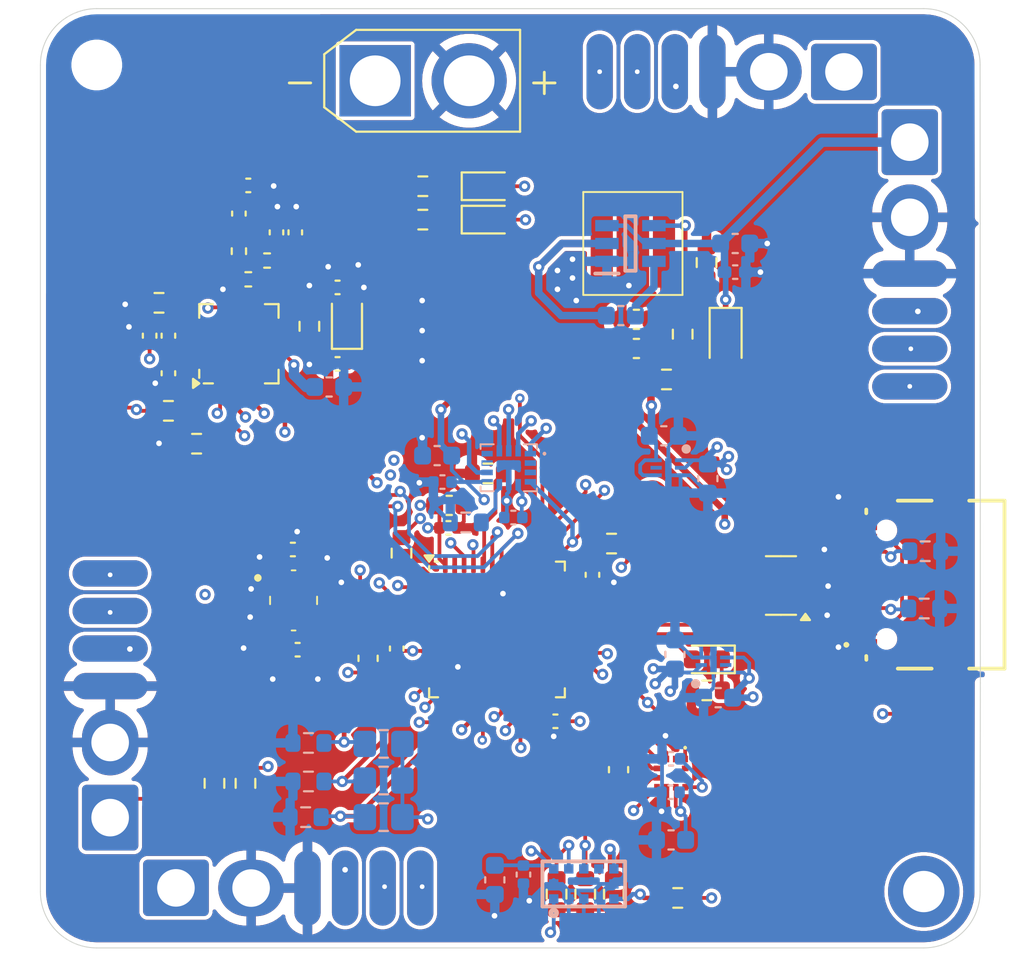
<source format=kicad_pcb>
(kicad_pcb (version 20240108) (generator "pcbnew") (generator_version "8.0")
  (title_block (comment 4 "AISLER Project ID: UCWNLSZO"))
  (layers (0 "F.Cu" signal) (1 "In1.Cu" signal) (2 "In2.Cu" signal) (31 "B.Cu" signal) (34 "B.Paste" user) (35 "F.Paste" user) (36 "B.SilkS" user "B.Silkscreen") (37 "F.SilkS" user "F.Silkscreen") (38 "B.Mask" user) (39 "F.Mask" user) (44 "Edge.Cuts" user))
  (net 0 "")
  (net 1 "V_Bat")
  (net 2 "GND")
  (net 3 "/Power/CB")
  (net 4 "/Power/SW")
  (net 5 "/Power/OUT_buck")
  (net 6 "Net-(U2-VDDUSB)")
  (net 7 "/STM32L412CBUx/RCC_OSC_OUT")
  (net 8 "/STM32L412CBUx/RCC_OSC_IN")
  (net 9 "Net-(D1-K)")
  (net 10 "+5V_USB")
  (net 11 "Net-(D3-K)")
  (net 12 "Net-(U2-VBAT)")
  (net 13 "Net-(J1-CC1)")
  (net 14 "Net-(J1-CC2)")
  (net 15 "/STM32L412CBUx/V_Bat_Div")
  (net 16 "/Power/FB")
  (net 17 "/STM32L412CBUx/USB_D-")
  (net 18 "/STM32L412CBUx/USB_D+")
  (net 19 "Net-(J1-D+-PadA6)")
  (net 20 "Net-(J1-D--PadA7)")
  (net 22 "/STM32L412CBUx/USART1TX")
  (net 23 "/STM32L412CBUx/SWDIO")
  (net 26 "3.3V_Anal")
  (net 27 "+5V")
  (net 28 "3.3V_Digi")
  (net 39 "Net-(IC4-C1)")
  (net 40 "Net-(IC2-FSYNC)")
  (net 41 "/STM32L412CBUx/ESC_PWM0")
  (net 42 "/STM32L412CBUx/ESC_SCL")
  (net 43 "/STM32L412CBUx/ESC_SDA")
  (net 44 "/STM32L412CBUx/ESC_PWM1")
  (net 45 "/STM32L412CBUx/ESC_PWM2")
  (net 46 "/STM32L412CBUx/ESC_PWM3")
  (net 47 "/STM32L412CBUx/I2C1_SDA")
  (net 48 "/STM32L412CBUx/I2C1_SCL")
  (net 49 "/Com/50 OhmRF I{slash}O")
  (net 50 "/Com/CE_NRF")
  (net 51 "/Com/CS_NRF")
  (net 52 "/Com/IRQ_NRF")
  (net 53 "Net-(U5-DVDD)")
  (net 54 "Net-(U5-XC2)")
  (net 55 "Net-(U5-XC1)")
  (net 56 "Net-(C34-Pad1)")
  (net 57 "Net-(U5-VDD_PA)")
  (net 58 "Net-(U5-ANT1)")
  (net 59 "Net-(U5-ANT2)")
  (net 60 "Net-(U5-IREF)")
  (net 61 "/Com/NR_SPI.MISO")
  (net 62 "/Com/NR_SPI.SCK")
  (net 63 "/Com/NR_SPI.MOSI")
  (net 64 "/STM32L412CBUx/I2C2.SDA")
  (net 65 "/STM32L412CBUx/I2C2.SCL")
  (net 66 "/STM32L412CBUx/PA0")
  (net 67 "/STM32L412CBUx/PA1")
  (net 68 "/STM32L412CBUx/PB1")
  (net 69 "/STM32L412CBUx/PB2")
  (net 70 "/STM32L412CBUx/PB12")
  (net 71 "/STM32L412CBUx/PA5")
  (net 72 "/STM32L412CBUx/PA6")
  (net 73 "/STM32L412CBUx/PB8")
  (net 74 "/STM32L412CBUx/SWCLK{slash}PA14")
  (net 75 "Net-(D4-A)")
  (net 76 "Net-(D4-K)")
  (net 77 "/STM32L412CBUx/USART1RX")
  (net 78 "/STM32L412CBUx/Boot0")
  (net 79 "/STM32L412CBUx/PB9")
  (footprint "Resistor_SMD:R_0603_1608Metric" (layer "F.Cu") (at 32.9015 42.644 90)
    (property "Reference" "J_VBAT1" (hide yes))
    (property "Value" "0")
  )
  (footprint "Resistor_SMD:R_0402_1005Metric" (layer "F.Cu") (at 24.75 28.07 180)
    (property "Reference" "L2" (hide yes))
    (property "Value" "8.2n")
  )
  (footprint "Capacitor_SMD:C_0402_1005Metric" (layer "F.Cu") (at 20.5 31.07 -90)
    (property "Reference" "C30" (hide yes))
    (property "Value" "10n")
  )
  (footprint "Capacitor_SMD:C_0402_1005Metric" (layer "F.Cu") (at 41.0915 51.596)
    (property "Reference" "C7" (hide yes))
    (property "Value" "100n")
  )
  (footprint "Resistor_SMD:R_0603_1608Metric" (layer "F.Cu") (at 22 36.82 180)
    (property "Reference" "R16" (hide yes))
    (property "Value" "10k")
  )
  (footprint "Resistor_SMD:R_0603_1608Metric" (layer "F.Cu") (at 42.676 60.8 90)
    (property "Reference" "R13" (hide yes))
    (property "Value" "1.5k to 2k")
  )
  (footprint "Resistor_SMD:R_0603_1608Metric" (layer "F.Cu") (at 20 29.32 180)
    (property "Reference" "R17" (hide yes))
    (property "Value" "22k")
  )
  (footprint "MountingHole:MountingHole_2.2mm_M2" (layer "F.Cu") (at 16.688 16.66)
    (property "Reference" "H2" (hide yes))
    (property "Value" "MountingHole")
  )
  (footprint "Capacitor_SMD:C_0402_1005Metric" (layer "F.Cu") (at 32.6475 47.724 -90)
    (property "Reference" "C6" (hide yes))
    (property "Value" "100n")
  )
  (footprint "Crystal:Crystal_SMD_2012-2Pin_2.0x1.2mm" (layer "F.Cu") (at 30 30.57 90)
    (property "Reference" "Y2" (hide yes))
    (property "Value" "16MHz")
  )
  (footprint "Capacitor_SMD:C_0402_1005Metric" (layer "F.Cu") (at 27.3755 47.786)
    (property "Reference" "C15" (hide yes))
    (property "Value" "12p")
  )
  (footprint "Capacitor_SMD:C_0402_1005Metric" (layer "F.Cu") (at 29.5 28.5)
    (property "Reference" "C33" (hide yes))
    (property "Value" "22p")
  )
  (footprint "Capacitor_SMD:C_0402_1005Metric" (layer "F.Cu") (at 27.1215 42.452 180)
    (property "Reference" "C16" (hide yes))
    (property "Value" "12p")
  )
  (footprint "FC_footrpints:ABM8W480000MHZ6D1XT3" (layer "F.Cu") (at 26.8475 45.162 -90)
    (property "Reference" "Y1" (hide yes))
    (property "Value" "Crystal_GND24_Small" (hide yes))
  )
  (footprint "FC_footrpints:XAL5050822MEC" (layer "F.Cu") (at 45.212 26.162)
    (property "Reference" "L1" (hide yes))
    (property "Value" "8.2u" (hide yes))
  )
  (footprint "Capacitor_SMD:C_0603_1608Metric" (layer "F.Cu") (at 31.1235 48.245 -90)
    (property "Reference" "C14" (hide yes))
    (property "Value" "1u")
  )
  (footprint "Resistor_SMD:R_0603_1608Metric" (layer "F.Cu") (at 47.862 30.988 -90)
    (property "Reference" "R_FBT1" (hide yes))
    (property "Value" "100k 1%")
  )
  (footprint "Resistor_SMD:R_0603_1608Metric" (layer "F.Cu") (at 49.132 27.178 -90)
    (property "Reference" "R_FBB1" (hide yes))
    (property "Value" "13k")
  )
  (footprint "Capacitor_SMD:C_0402_1005Metric" (layer "F.Cu") (at 24.75 23.07)
    (property "Reference" "C35" (hide yes))
    (property "Value" "1p")
  )
  (footprint "Resistor_SMD:R_0603_1608Metric" (layer "F.Cu") (at 28 30.57 -90)
    (property "Reference" "R14" (hide yes))
    (property "Value" "1M")
  )
  (footprint "FC_footrpints:Connector_ESC_FC" (layer "F.Cu") (at 31.4 61.475)
    (property "Reference" "C27" (hide yes))
    (property "Value" "~" (hide yes))
  )
  (footprint "LED_SMD:LED_0603_1608Metric" (layer "F.Cu") (at 49.15 48.3 180)
    (property "Reference" "D4" (hide yes))
    (property "Value" "LED_Status")
  )
  (footprint "Resistor_SMD:R_0603_1608Metric" (layer "F.Cu") (at 22.95 54.9 -90)
    (property "Reference" "R7" (hide yes))
    (property "Value" "5.1k")
  )
  (footprint "Capacitor_SMD:C_0402_1005Metric" (layer "F.Cu") (at 29.5 32.57)
    (property "Reference" "C32" (hide yes))
    (property "Value" "22p")
  )
  (footprint "Resistor_SMD:R_0603_1608Metric" (layer "F.Cu") (at 41.152 60.8 90)
    (property "Reference" "R12" (hide yes))
    (property "Value" "1.5k to 2k")
  )
  (footprint "Resistor_SMD:R_0603_1608Metric" (layer "F.Cu") (at 37.5 38.4 180)
    (property "Reference" "J2" (hide yes))
    (property "Value" "DNC")
  )
  (footprint "Resistor_SMD:R_0603_1608Metric" (layer "F.Cu") (at 20.5 35.07)
    (property "Reference" "R15" (hide yes))
    (property "Value" "10k")
  )
  (footprint "LED_SMD:LED_0603_1608Metric" (layer "F.Cu") (at 37.592 24.892)
    (property "Reference" "D3" (hide yes))
    (property "Value" "LED_Small")
  )
  (footprint "Connector_AMASS:AMASS_XT30U-F_1x02_P5.0mm_Vertical" (layer "F.Cu") (at 31.5 17.5)
    (property "Reference" "BT1" (hide yes))
    (property "Value" "Battery")
  )
  (footprint "Package_DFN_QFN:QFN-48-1EP_7x7mm_P0.5mm_EP5.6x5.6mm" (layer "F.Cu") (at 37.9815 46.708)
    (property "Reference" "U2" (hide yes))
    (property "Value" "STM32L412CBUx")
  )
  (footprint "Capacitor_SMD:C_0402_1005Metric" (layer "F.Cu") (at 24.25 24.57 90)
    (property "Reference" "C34" (hide yes))
    (property "Value" "1.5p")
  )
  (footprint "Capacitor_SMD:C_0603_1608Metric" (layer "F.Cu") (at 45.4 31.75)
    (property "Reference" "C5" (hide yes))
    (property "Value" "22u/6.6V")
  )
  (footprint "FC_footrpints:IIS2MDCTR" (layer "F.Cu") (at 47.244 54.356 -90)
    (property "Reference" "IC4" (hide yes))
    (property "Value" "IIS2MDCTR" (hide yes))
  )
  (footprint "Capacitor_SMD:C_0402_1005Metric" (layer "F.Cu") (at 19.5 31.07 -90)
    (property "Reference" "C29" (hide yes))
    (property "Value" "1n")
  )
  (footprint "MountingHole:MountingHole_2.2mm_M2_DIN965_Pad" (layer "F.Cu") (at 60.688 60.66)
    (property "Reference" "H1" (hide yes))
    (property "Value" "MountingHole")
  )
  (footprint "Resistor_SMD:R_0603_1608Metric" (layer "F.Cu") (at 34.036 23.114)
    (property "Reference" "R5" (hide yes))
    (property "Value" "22k")
  )
  (footprint "Diode_SMD:D_SOD-323" (layer "F.Cu") (at 50.148 31.2 -90)
    (property "Reference" "D2" (hide yes))
    (property "Value" "1N5819WS")
  )
  (footprint "Resistor_SMD:R_0603_1608Metric" (layer "F.Cu") (at 47 33.4 180)
    (property "Reference" "J_3V1" (hide yes))
    (property "Value" "0")
  )
  (footprint "Capacitor_SMD:C_0402_1005Metric" (layer "F.Cu") (at 43.0615 43.8 90)
    (property "Reference" "C8" (hide yes))
    (property "Value" "100n")
  )
  (footprint "Capacitor_SMD:C_0603_1608Metric" (layer "F.Cu") (at 45.4 30.2)
    (property "Reference" "C10" (hide yes))
    (property "Value" "22u/6.6V")
  )
  (footprint "LED_SMD:LED_0603_1608Metric" (layer "F.Cu") (at 37.592 23.114)
    (property "Reference" "D1" (hide yes))
    (property "Value" "LED_Small")
  )
  (footprint "Capacitor_SMD:C_0402_1005Metric" (layer "F.Cu") (at 20.5 33.07 90)
    (property "Reference" "C31" (hide yes))
    (property "Value" "33n")
  )
  (footprint "Resistor_SMD:R_0603_1608Metric" (layer "F.Cu") (at 44.0775 42.136)
    (property "Reference" "J_VUSB1" (hide yes))
    (property "Value" "0")
  )
  (footprint "Package_TO_SOT_SMD:SOT-23-6" (layer "F.Cu") (at 53.092 44.368 180)
    (property "Reference" "U1" (hide yes))
    (property "Value" "USBLC6-2SC6" (hide yes))
  )
  (footprint "Resistor_SMD:R_0402_1005Metric" (layer "F.Cu") (at 25.75 27.07 180)
    (property "Reference" "L3" (hide yes))
    (property "Value" "2.7n")
  )
  (footprint "Capacitor_SMD:C_0603_1608Metric" (layer "F.Cu") (at 35.4415 40.104 180)
    (property "Reference" "C4" (hide yes))
    (property "Value" "4.7u")
  )
  (footprint "Resistor_SMD:R_0603_1608Metric" (layer "F.Cu") (at 49.15 49.95)
    (property "Reference" "R18" (hide yes))
    (property "Value" "1k")
  )
  (footprint "FC_footrpints:Connector_ESC_FC" (layer "F.Cu") (at 45.944 16.018 180)
    (property "Reference" "C28" (hide yes))
    (property "Value" "~" (hide yes))
  )
  (footprint "Capacitor_SMD:C_0402_1005Metric" (layer "F.Cu") (at 26.25 25.57 90)
    (property "Reference" "C37" (hide yes))
    (property "Value" "4.7p")
  )
  (footprint "FC_footrpints:GSB1C41110SSHR" (layer "F.Cu") (at 61.0195 44.322 90)
    (property "Reference" "J1" (hide yes))
    (property "Value" "USB_C_Receptacle_USB2.0_16P" (hide yes))
  )
  (footprint "Resistor_SMD:R_0603_1608Metric" (layer "F.Cu") (at 47.6 61 180)
    (property "Reference" "R11" (hide yes))
    (property "Value" "10k")
  )
  (footprint "Resistor_SMD:R_0402_1005Metric" (layer "F.Cu") (at 24.25 26.57 90)
    (property "Reference" "L4" (hide yes))
    (property "Value" "3.9n")
  )
  (footprint "Capacitor_SMD:C_0603_1608Metric" (layer "F.Cu") (at 44.45 54.171 90)
    (property "Reference" "C21" (hide yes))
    (property "Value" "220n")
  )
  (footprint "Capacitor_SMD:C_0402_1005Metric" (layer "F.Cu") (at 35.4 41.3 180)
    (property "Reference" "C9" (hide yes))
    (property "Value" "100n")
  )
  (footprint "Resistor_SMD:R_0603_1608Metric" (layer "F.Cu") (at 44.2 60.8 90)
    (property "Reference" "R10" (hide yes))
    (property "Value" "10k")
  )
  (footprint "Resistor_SMD:R_0603_1608Metric" (layer "F.Cu") (at 34.036 24.892)
    (property "Reference" "R6" (hide yes))
    (property "Value" "1k")
  )
  (footprint "Capacitor_SMD:C_0402_1005Metric" (layer "F.Cu") (at 27.25 25.57 -90)
    (property "Reference" "C36" (hide yes))
    (property "Value" "2.2n")
  )
  (footprint "Package_DFN_QFN:QFN-20-1EP_4x4mm_P0.5mm_EP2.5x2.5mm" (layer "F.Cu") (at 24.25 31.5 90)
    (property "Reference" "U5" (hide yes))
    (property "Value" "NRF24L01")
  )
  (footprint "Resistor_SMD:R_0603_1608Metric" (layer "F.Cu") (at 24.6 54.9 90)
    (property "Reference" "R8" (hide yes))
    (property "Value" "1k")
  )
  (footprint "Capacitor_SMD:C_0603_1608Metric" (layer "B.Cu") (at 44.573 30)
    (property "Reference" "C3" (hide yes))
    (property "Value" "100n / X7R or X5R / 16V")
  )
  (footprint "Capacitor_SMD:C_0402_1005Metric_Pad0.74x0.62mm_HandSolder" (layer "B.Cu") (at 50.656 27.686 180)
    (property "Reference" "C2" (hide yes))
    (property "Value" "100n /2x V_bat")
  )
  (footprint "Resistor_SMD:R_0603_1608Metric" (layer "B.Cu") (at 60.712 45.592)
    (property "Reference" "R1" (hide yes))
    (property "Value" "5.1k")
  )
  (footprint "Capacitor_SMD:C_0402_1005Metric" (layer "B.Cu") (at 35.08 38.862)
    (property "Reference" "C23" (hide yes))
    (property "Value" "100n/X7R")
  )
  (footprint "Capacitor_SMD:C_0603_1608Metric" (layer "B.Cu") (at 49.2 38.675 90)
    (property "Reference" "C17" (hide yes))
    (property "Value" "2u2/10V/X5")
  )
  (footprint "Capacitor_SMD:C_0402_1005Metric" (layer "B.Cu") (at 47.244 53.594)
    (property "Reference" "C18" (hide yes))
    (property "Value" "100n")
  )
  (footprint "FC_footrpints:SON40P120X120X60-7N-D" (layer "B.Cu") (at 47.1 38.1 180)
    (property "Reference" "IC5" (hide yes))
    (property "Value" "MIC5528-3.3YMT-TR" (hide yes))
  )
  (footprint "Capacitor_SMD:C_0603_1608Metric" (layer "B.Cu") (at 49.75 50.34)
    (property "Reference" "C12" (hide yes))
    (property "Value" "2u2/10V/X5")
  )
  (footprint "FC_footrpints:ICM42670P" (layer "B.Cu") (at 38.608 38.1 180)
    (property "Reference" "IC2" (hide yes))
    (property "Value" "ICM-42670-P" (hide yes))
  )
  (footprint "Resistor_SMD:R_0603_1608Metric" (layer "B.Cu") (at 36.322 41.01 180)
    (property "Reference" "J_Fsync1" (hide yes))
    (property "Value" "0" (hide yes))
  )
  (footprint "Resistor_SMD:R_0603_1608Metric" (layer "B.Cu") (at 27.95 54.8 180)
    (property "Reference" "R3" (hide yes))
    (property "Value" "5.1k")
  )
  (footprint "Capacitor_SMD:C_0402_1005Metric" (layer "B.Cu") (at 38.85 40.75)
    (property "Reference" "C24" (hide yes))
    (property "Value" "10n/X7R")
  )
  (footprint "Resistor_SMD:R_0603_1608Metric" (layer "B.Cu") (at 27.8 56.7 180)
    (property "Reference" "R4" (hide yes))
    (property "Value" "5.1k")
  )
  (footprint "Capacitor_SMD:C_0603_1608Metric" (layer "B.Cu") (at 29.05 33.8 180)
    (property "Reference" "C38" (hide yes))
    (property "Value" "4.7u DNP")
  )
  (footprint "Resistor_SMD:R_0805_2012Metric_Pad1.20x1.40mm_HandSolder" (layer "B.Cu") (at 31.95 56.7 180)
    (property "Reference" "NTC_solder_pad2" (hide yes))
    (property "Value" "0")
  )
  (footprint "Resistor_SMD:R_0603_1608Metric" (layer "B.Cu") (at 27.95 52.75 180)
    (property "Reference" "R9" (hide yes))
    (property "Value" "5.1k")
  )
  (footprint "Capacitor_SMD:C_0603_1608Metric" (layer "B.Cu") (at 34.798 37.454)
    (property "Reference" "C22" (hide yes))
    (property "Value" "2.2u/X7R")
  )
  (footprint "Capacitor_SMD:C_0603_1608Metric" (layer "B.Cu") (at 47.45 48.04 -90)
    (property "Reference" "C11" (hide yes))
    (property "Value" "2u2/10V/X5")
  )
  (footprint "Capacitor_SMD:C_0402_1005Metric" (layer "B.Cu") (at 47.216 55.372)
    (property "Reference" "C20" (hide yes))
    (property "Value" "100n")
  )
  (footprint "FC_footrpints:SOT95P280X110-6N" (layer "B.Cu") (at 45.081 26.162)
    (property "Reference" "IC1" (hide yes))
    (property "Value" "LMR51420XDDCR" (hide yes))
  )
  (footprint "Capacitor_SMD:C_0603_1608Metric" (layer "B.Cu") (at 46.858 36.4 180)
    (property "Reference" "C13" (hide yes))
    (property "Value" "2u2/10V/X5")
  )
  (footprint "FC_footrpints:LGA12_1" (layer "B.Cu") (at 42.6 60.254)
    (property "Reference" "U3" (hide yes))
    (property "Value" "VL53L0CXV0DH_1" (hide yes))
  )
  (footprint "Resistor_SMD:R_0805_2012Metric_Pad1.20x1.40mm_HandSolder" (layer "B.Cu") (at 31.95 52.8 180)
    (property "Reference" "NTC_solder_pad3" (hide yes))
    (property "Value" "0")
  )
  (footprint "Capacitor_SMD:C_0603_1608Metric" (layer "B.Cu") (at 47.244 57.912)
    (property "Reference" "C19" (hide yes))
    (property "Value" "10u")
  )
  (footprint "Resistor_SMD:R_0805_2012Metric_Pad1.20x1.40mm_HandSolder" (layer "B.Cu") (at 31.95 54.75 180)
    (property "Reference" "NTC_solder_pad1" (hide yes))
    (property "Value" "0")
  )
  (footprint "Resistor_SMD:R_0603_1608Metric" (layer "B.Cu") (at 60.7655 42.544)
    (property "Reference" "R2" (hide yes))
    (property "Value" "5.1k")
  )
  (footprint "FC_footrpints:SON40P120X120X60-7N-D" (layer "B.Cu") (at 49.5 48.6)
    (property "Reference" "IC3" (hide yes))
    (property "Value" "MIC5528-3.3YMT-TR" (hide yes))
  )
  (footprint "Capacitor_SMD:C_0603_1608Metric" (layer "B.Cu") (at 37.866 60.038 90)
    (property "Reference" "C25" (hide yes))
    (property "Value" "4.7u")
  )
  (footprint "Capacitor_SMD:C_0402_1005Metric" (layer "B.Cu") (at 39.39 59.756 90)
    (property "Reference" "C26" (hide yes))
    (property "Value" "100n")
  )
  (footprint "Capacitor_SMD:C_0603_1608Metric" (layer "B.Cu") (at 50.656 26.162 180)
    (property "Reference" "C1" (hide yes))
    (property "Value" "2.2u / 2xV_bat")
  )
  (gr_circle (center 61.35 55.4) (end 62.131025 55.4) (stroke (width 0.1)) (fill solid) (layer "F.Cu") (net 48))
  (gr_circle (center 16.5 41.3) (end 17.281025 41.3) (stroke (width 0.1)) (fill solid) (layer "F.Cu") (net 2))
  (gr_circle (center 16.418975 34.9) (end 17.2 34.9) (stroke (width 0.1)) (fill solid) (layer "F.Cu") (net 28))
  (gr_circle (center 16.4 37.1) (end 17.181025 37.1) (stroke (width 0.1)) (fill solid) (layer "F.Cu") (net 77))
  (gr_circle (center 61.35 57.318975) (end 62.131025 57.318975) (stroke (width 0.1)) (fill solid) (layer "F.Cu") (net 2))
  (gr_circle (center 16.5 39.2) (end 17.281025 39.2) (stroke (width 0.1)) (fill solid) (layer "F.Cu") (net 22))
  (gr_circle (center 46.25 39.6) (end 47.031025 39.6) (stroke (width 0.1)) (fill solid) (layer "F.Cu") (net 74))
  (gr_circle (center 48.25 42) (end 49.031025 42) (stroke (width 0.1)) (fill solid) (layer "F.Cu") (net 23))
  (gr_circle (center 61.3 51.4) (end 62.081025 51.4) (stroke (width 0.1)) (fill solid) (layer "F.Cu") (net 28))
  (gr_circle (center 61.35 53.45) (end 62.131025 53.45) (stroke (width 0.1)) (fill solid) (layer "F.Cu") (net 47))
  (gr_arc (start 13.688 16.66) (mid 14.56668 14.53868) (end 16.688 13.66) (stroke (width 0.05)) (layer "Edge.Cuts"))
  (gr_arc (start 60.688 13.66) (mid 62.80932 14.53868) (end 63.688 16.66) (stroke (width 0.05)) (layer "Edge.Cuts"))
  (gr_line (start 16.688 13.66) (end 60.688 13.66) (stroke (width 0.05)) (layer "Edge.Cuts"))
  (gr_line (start 63.7 49.55) (end 63.688 60.66) (stroke (width 0.05)) (layer "Edge.Cuts"))
  (gr_arc (start 63.688 60.66) (mid 62.80932 62.78132) (end 60.688 63.66) (stroke (width 0.05)) (layer "Edge.Cuts"))
  (gr_line (start 63.688 16.66) (end 63.7 49.55) (stroke (width 0.05)) (layer "Edge.Cuts"))
  (gr_line (start 13.688 60.66) (end 13.688 16.66) (stroke (width 0.05)) (layer "Edge.Cuts"))
  (gr_line (start 60.688 63.66) (end 16.688 63.66) (stroke (width 0.05)) (layer "Edge.Cuts"))
  (gr_arc (start 16.688 63.66) (mid 14.56668 62.78132) (end 13.688 60.66) (stroke (width 0.05)) (layer "Edge.Cuts"))
  (segment (start 17.4 56.725) (end 18.4 55.725) (width 0.2) (layer "F.Cu") (net 1))
  (segment (start 18.4 55.725) (end 22.95 55.725) (width 0.2) (layer "F.Cu") (net 1))
  (segment (start 39.45 23.114) (end 38.3795 23.114) (width 0.2) (layer "F.Cu") (net 1))
  (segment (start 50.148 29.152) (end 50.15 29.15) (width 0.3) (layer "F.Cu") (net 1))
  (segment (start 50.148 30.15) (end 50.148 29.152) (width 0.3) (layer "F.Cu") (net 1))
  (via (at 39.45 23.114) (size 0.6) (drill 0.3) (layers "F.Cu" "B.Cu") (net 1))
  (via (at 50.15 29.15) (size 0.6) (drill 0.3) (layers "F.Cu" "B.Cu") (net 1))
  (segment (start 55.275 20.768) (end 59.944 20.768) (width 0.5) (layer "B.Cu") (net 1))
  (segment (start 50.0885 26.3695) (end 49.881 26.162) (width 0.4) (layer "B.Cu") (net 1))
  (segment (start 44.888 25.212) (end 43.831 25.212) (width 0.237503) (layer "B.Cu") (net 1))
  (segment (start 45.838 26.162) (end 44.888 25.212) (width 0.237503) (layer "B.Cu") (net 1))
  (segment (start 46.331 26.162) (end 45.838 26.162) (width 0.237503) (layer "B.Cu") (net 1))
  (segment (start 46.331 26.162) (end 49.881 26.162) (width 0.4) (layer "B.Cu") (net 1))
  (segment (start 49.881 26.162) (end 55.275 20.768) (width 0.5) (layer "B.Cu") (net 1))
  (segment (start 50.0885 27.686) (end 50.0885 26.3695) (width 0.4) (layer "B.Cu") (net 1))
  (segment (start 50.15 29.15) (end 50.15 27.7475) (width 0.3) (layer "B.Cu") (net 1))
  (segment (start 50.15 27.7475) (end 50.0885 27.686) (width 0.3) (layer "B.Cu") (net 1))
  (segment (start 55.6 44.4) (end 54.2615 44.4) (width 0.2) (layer "F.Cu") (net 2))
  (segment (start 33.734114 47.1) (end 32.7915 47.1) (width 0.2) (layer "F.Cu") (net 2))
  (segment (start 26.9 31.5) (end 26.1875 31.5) (width 0.2) (layer "F.Cu") (net 2))
  (segment (start 20.02 36.82) (end 20 36.8) (width 0.2) (layer "F.Cu") (net 2))
  (segment (start 19.175 29.32) (end 18.28 29.32) (width 0.2) (layer "F.Cu") (net 2))
  (segment (start 57.6295 47.522) (end 56.278 47.522) (width 0.2) (layer "F.Cu") (net 2))
  (segment (start 41 52.4) (end 40.6115 52.0115) (width 0.2) (layer "F.Cu") (net 2))
  (segment (start 40.2315 48.958) (end 37.9815 46.708) (width 0.2) (layer "F.Cu") (net 2))
  (segment (start 19.85 33.55) (end 19.8 33.6) (width 0.2) (layer "F.Cu") (net 2))
  (segment (start 26.8955 46.798) (end 26.3595 46.262) (width 0.2) (layer "F.Cu") (net 2))
  (segment (start 36.2165 40.9635) (end 36.2165 40.104) (width 0.2) (layer "F.Cu") (net 2))
  (segment (start 46.994 55.106) (end 46.994 56.13) (width 0.2) (layer "F.Cu") (net 2))
  (segment (start 43.1575 44.2) (end 42.8995 44.458) (width 0.2) (layer "F.Cu") (net 2))
  (segment (start 57.622 41.122) (end 56.15 39.65) (width 0.2) (layer "F.Cu") (net 2))
  (segment (start 18.41 30.59) (end 19.5 30.59) (width 0.2) (layer "F.Cu") (net 2))
  (segment (start 55.672 46.072) (end 55.55 45.95) (width 0.2) (layer "F.Cu") (net 2))
  (segment (start 32.7915 47.1) (end 32.6475 47.244) (width 0.2) (layer "F.Cu") (net 2))
  (segment (start 18.28 29.32) (end 18.2 29.4) (width 0.2) (layer "F.Cu") (net 2))
  (segment (start 35.6 38.9) (end 33.85 38.9) (width 0.2) (layer "F.Cu") (net 2))
  (segment (start 40.6115 51.596) (end 40.2315 51.216) (width 0.2) (layer "F.Cu") (net 2))
  (segment (start 35.88 41.3) (end 36.2165 40.9635) (width 0.2) (layer "F.Cu") (net 2))
  (segment (start 36.2165 40.104) (end 36.2165 39.5165) (width 0.2) (layer "F.Cu") (net 2))
  (segment (start 54.2615 44.4) (end 54.2295 44.368) (width 0.2) (layer "F.Cu") (net 2))
  (segment (start 27.9605 42.811) (end 27.6015 42.452) (width 0.2) (layer "F.Cu") (net 2))
  (segment (start 46.994 56.13) (end 46.736 56.388) (width 0.2) (layer "F.Cu") (net 2))
  (segment (start 56.278 47.522) (end 56.15 47.65) (width 0.2) (layer "F.Cu") (net 2))
  (segment (start 48.325 49.95) (end 48.325 50.725) (width 0.2) (layer "F.Cu") (net 2))
  (segment (start 44.45 54.946) (end 45.892 54.946) (width 0.2) (layer "F.Cu") (net 2))
  (segment (start 40.6115 52.0115) (end 40.6115 51.596) (width 0.2) (layer "F.Cu") (net 2))
  (segment (start 57.6295 46.072) (end 55.672 46.072) (width 0.2) (layer "F.Cu") (net 2))
  (segment (start 44.2 44.2) (end 43.1575 44.2) (width 0.2) (layer "F.Cu") (net 2))
  (segment (start 29.562 44.062) (end 29.7 44.2) (width 0.2) (layer "F.Cu") (net 2))
  (segment (start 36.2165 39.5165) (end 35.6 38.9) (width 0.2) (layer "F.Cu") (net 2))
  (segment (start 34.544 47.458) (end 37.2315 47.458) (width 0.2) (layer "F.Cu") (net 2))
  (segment (start 35.7315 44.458) (end 37.9815 46.708) (width 0.2) (layer "F.Cu") (net 2))
  (segment (start 31.3495 47.244) (end 31.1235 47.47) (width 0.2) (layer "F.Cu") (net 2))
  (segment (start 35.7315 43.2705) (end 35.7315 44.458) (width 0.2) (layer "F.Cu") (net 2))
  (segment (start 57.6295 41.122) (end 57.622 41.122) (width 0.2) (layer "F.Cu") (net 2))
  (segment (start 32.6475 47.244) (end 31.3495 47.244) (width 0.2) (layer "F.Cu") (net 2))
  (segment (start 21.19 30.59) (end 20.5 30.59) (width 0.2) (layer "F.Cu") (net 2))
  (segment (start 28 32.6) (end 26.9 31.5) (width 0.2) (layer "F.Cu") (net 2))
  (segment (start 57.6295 43.072) (end 56.022 43.072) (width 0.2) (layer "F.Cu") (net 2))
  (segment (start 40.2315 50.1455) (end 40.2315 48.958) (width 0.2) (layer "F.Cu") (net 2))
  (segment (start 21.6 31) (end 21.19 30.59) (width 0.2) (layer "F.Cu") (net 2))
  (segment (start 26.8955 47.786) (end 26.8955 46.798) (width 0.2) (layer "F.Cu") (net 2))
  (segment (start 27.9605 44.062) (end 27.9605 42.811) (width 0.2) (layer "F.Cu") (net 2))
  (segment (start 42.8995 44.458) (end 41.419 44.458) (width 0.2) (layer "F.Cu") (net 2))
  (segment (start 37.2315 47.458) (end 37.9815 46.708) (width 0.2) (layer "F.Cu") (net 2))
  (segment (start 34.544 47.458) (end 34.092114 47.458) (width 0.2) (layer "F.Cu") (net 2))
  (segment (start 21.175 36.82) (end 20.02 36.82) (width 0.2) (layer "F.Cu") (net 2))
  (segment (start 56.022 43.072) (end 55.4 42.45) (width 0.2) (layer "F.Cu") (net 2))
  (segment (start 34.092114 47.458) (end 33.734114 47.1) (width 0.2) (layer "F.Cu") (net 2))
  (segment (start 23.75 29.5625) (end 23.75 28.95) (width 0.2) (layer "F.Cu") (net 2))
  (segment (start 48.325 50.725) (end 49.1 51.5) (width 0.2) (layer "F.Cu") (net 2))
  (segment (start 18.4 30.6) (end 18.41 30.59) (width 0.2) (layer "F.Cu") (net 2))
  (segment (start 20.5 33.55) (end 19.85 33.55) (width 0.2) (layer "F.Cu") (net 2))
  (segment (start 27.9605 44.062) (end 29.562 44.062) (width 0.2) (layer "F.Cu") (net 2))
  (segment (start 40.2315 51.216) (end 40.2315 50.1455) (width 0.2) (layer "F.Cu") (net 2))
  (segment (start 45.892 54.946) (end 46.232 54.606) (width 0.2) (layer "F.Cu") (net 2))
  (segment (start 46.232 54.606) (end 46.494 54.606) (width 0.2) (layer "F.Cu") (net 2))
  (segment (start 23.75 28.95) (end 23.4 28.6) (width 0.2) (layer "F.Cu") (net 2))
  (segment (start 22.3125 31) (end 21.6 31) (width 0.2) (layer "F.Cu") (net 2))
  (via (at 35.9 48.7) (size 0.6) (drill 0.3) (layers "F.Cu" "B.Cu") (net 2))
  (via (at 56.15 39.65) (size 0.6) (drill 0.3) (layers "F.Cu" "B.Cu") (net 2))
  (via (at 29.7 44.2) (size 0.6) (drill 0.3) (layers "F.Cu" "B.Cu") (net 2))
  (via (at 20 36.8) (size 0.6) (drill 0.3) (layers "F.Cu" "B.Cu") (net 2))
  (via (at 55.4 42.45) (size 0.6) (drill 0.3) (layers "F.Cu" "B.Cu") (net 2))
  (via (at 41 52.4) (size 0.6) (drill 0.3) (layers "F.Cu" "B.Cu") (net 2))
  (via (at 52.362 26.162) (size 0.6) (drill 0.3) (layers "F.Cu" "B.Cu") (net 2))
  (via (at 28 28.4) (size 0.6) (drill 0.3) (layers "F.Cu" "B.Cu") (net 2))
  (via (at 24.85 46.05) (size 0.6) (drill 0.3) (layers "F.Cu" "B.Cu") (net 2))
  (via (at 26.3 24.2) (size 0.6) (drill 0.3) (layers "F.Cu" "B.Cu") (net 2))
  (via (at 42 28) (size 0.6) (drill 0.3) (layers "F.Cu" "B.Cu") (net 2))
  (via (at 38.3 44.8) (size 0.6) (drill 0.3) (layers "F.Cu" "B.Cu") (net 2))
  (via (at 28 32.6) (size 0.6) (drill 0.3) (layers "F.Cu" "B.Cu") (net 2))
  (via (at 37.85 61.95) (size 0.6) (drill 0.3) (layers "F.Cu" "B.Cu") (net 2))
  (via (at 34 30.8) (size 0.6) (drill 0.3) (layers "F.Cu" "B.Cu") (net 2))
  (via (at 55.6 44.4) (size 0.6) (drill 0.3) (layers "F.Cu" "B.Cu") (net 2))
  (via (at 25.35 42.85) (size 0.6) (drill 0.3) (layers "F.Cu" "B.Cu") (net 2))
  (via (at 28.45 49.35) (size 0.6) (drill 0.3) (layers "F.Cu" "B.Cu") (net 2))
  (via (at 55.55 45.95) (size 0.6) (drill 0.3) (layers "F.Cu" "B.Cu") (net 2))
  (via (at 42 27) (size 0.6) (drill 0.3) (layers "F.Cu" "B.Cu") (net 2))
  (via (at 28.95 42.9) (size 0.6) (drill 0.3) (layers "F.Cu" "B.Cu") (net 2))
  (via (at 46.736 56.388) (size 0.6) (drill 0.3) (layers "F.Cu" "B.Cu") (net 2))
  (via (at 34 29.2) (size 0.6) (drill 0.3) (layers "F.Cu" "B.Cu") (net 2))
  (via (at 30.6 27.3) (size 0.6) (drill 0.3) (layers "F.Cu" "B.Cu") (net 2))
  (via (at 42.2 29.2) (size 0.6) (drill 0.3) (layers "F.Cu" "B.Cu") (net 2))
  (via (at 27.35 41.5) (size 0.6) (drill 0.3) (layers "F.Cu" "B.Cu") (net 2))
  (via (at 27.3 24.2) (size 0.6) (drill 0.3) (layers "F.Cu" "B.Cu") (net 2))
  (via (at 23.4 28.6) (size 0.6) (drill 0.3) (layers "F.Cu" "B.Cu") (net 2))
  (via (at 52 27.686) (size 0.6) (drill 0.3) (layers "F.Cu" "B.Cu") (net 2))
  (via (at 26.1 23.1) (size 0.6) (drill 0.3) (layers "F.Cu" "B.Cu") (net 2))
  (via (at 24.9 44.55) (size 0.6) (drill 0.3) (layers "F.Cu" "B.Cu") (net 2))
  (via (at 24.5 47.7) (size 0.6) (drill 0.3) (layers "F.Cu" "B.Cu") (net 2))
  (via (at 44.2 44.2) (size 0.6) (drill 0.3) (layers "F.Cu" "B.Cu") (net 2))
  (via (at 34 36.5) (size 0.6) (drill 0.3) (layers "F.Cu" "B.Cu") (net 2))
  (via (at 45 28.4) (size 0.6) (drill 0.3) (layers "F.Cu" "B.Cu") (net 2))
  (via (at 33.85 38.9) (size 0.6) (drill 0.3) (layers "F.Cu" "B.Cu") (net 2))
  (via (at 26.05 49.35) (size 0.6) (drill 0.3) (layers "F.Cu" "B.Cu") (net 2))
  (via (at 30.9 28.5) (size 0.6) (drill 0.3) (layers "F.Cu" "B.Cu") (net 2))
  (via (at 19.8 33.6) (size 0.6) (drill 0.3) (layers "F.Cu" "B.Cu") (net 2))
  (via (at 34 32.4) (size 0.6) (drill 0.3) (layers "F.Cu" "B.Cu") (net 2))
  (via (at 18.2 29.4) (size 0.6) (drill 0.3) (layers "F.Cu" "B.Cu") (net 2))
  (via (at 41.2 28.6) (size 0.6) (drill 0.3) (layers "F.Cu" "B.Cu") (net 2))
  (via (at 38.5 39.857479) (size 0.6) (drill 0.3) (layers "F.Cu" "B.Cu") (net 2))
  (via (at 39.7 61.15) (size 0.6) (drill 0.3) (layers "F.Cu" "B.Cu") (net 2))
  (via (at 56.15 47.65) (size 0.6) (drill 0.3) (layers "F.Cu" "B.Cu") (net 2))
  (via (at 46.946735 52.367265) (size 0.6) (drill 0.3) (layers "F.Cu" "B.Cu") (net 2))
  (via (at 18.4 30.6) (size 0.6) (drill 0.3) (layers "F.Cu" "B.Cu") (net 2))
  (via (at 29 27.4) (size 0.6) (drill 0.3) (layers "F.Cu" "B.Cu") (net 2))
  (via (at 41.2 27.6) (size 0.6) (drill 0.3) (layers "F.Cu" "B.Cu") (net 2))
  (segment (start 41.8 60.604) (end 42.15 60.604) (width 0.2) (layer "B.Cu") (net 2))
  (segment (start 34.6 40.113) (end 34.6 38.862) (width 0.245) (layer "B.Cu") (net 2))
  (segment (start 46.764 52.55) (end 46.764 53.594) (width 0.2) (layer "B.Cu") (net 2))
  (segment (start 47.75 38.5) (end 48.25 38.5) (width 0.2) (layer "B.Cu") (net 2))
  (segment (start 44.2 60.254) (end 44.696 60.254) (width 0.2) (layer "B.Cu") (net 2))
  (segment (start 41.8 61.85) (end 42 62.05) (width 0.2) (layer "B.Cu") (net 2))
  (segment (start 46.469 56.655) (end 46.736 56.388) (width 0.2) (layer "B.Cu") (net 2))
  (segment (start 42.6 61.054) (end 42.6 62) (width 0.2) (layer "B.Cu") (net 2))
  (segment (start 43.4 61.9) (end 43.05 62.25) (width 0.2) (layer "B.Cu") (net 2))
  (segment (start 38.508 40.612) (end 38.37 40.75) (width 0.2) (layer "B.Cu") (net 2))
  (segment (start 49.5 48.6) (end 49.5 49.815) (width 0.2) (layer "B.Cu") (net 2))
  (segment (start 49.5 49.815) (end 48.975 50.34) (width 0.2) (layer "B.Cu") (net 2))
  (segment (start 33.888 38.862) (end 33.85 38.9) (width 0.2) (layer "B.Cu") (net 2))
  (segment (start 34.023 37.454) (end 34.023 36.523) (width 0.2) (layer "B.Cu") (net 2))
  (segment (start 46.469 57.912) (end 46.469 56.655) (width 0.2) (layer "B.Cu") (net 2))
  (segment (start 34.6 38.862) (end 33.888 38.862) (width 0.2) (layer "B.Cu") (net 2))
  (segment (start 52.362 26.162) (end 51.431 26.162) (width 0.4) (layer "B.Cu") (net 2))
  (segment (start 49.45 48.2) (end 48.85 48.2) (width 0.2) (layer "B.Cu") (net 2))
  (segment (start 35.497 41.01) (end 34.6 40.113) (width 0.245) (layer "B.Cu") (net 2))
  (segment (start 42.15 60.604) (end 42.6 61.054) (width 0.2) (layer "B.Cu") (net 2))
  (segment (start 41.45 60.254) (end 41.8 60.604) (width 0.2) (layer "B.Cu") (net 2))
  (segment (start 48.25 38.5) (end 49.2 39.45) (width 0.2) (layer "B.Cu") (net 2))
  (segment (start 39.39 60.236) (end 39.39 60.84) (width 0.2) (layer "B.Cu") (net 2))
  (segment (start 47.1 38.42) (end 47.18 38.5) (width 0.2) (layer "B.Cu") (net 2))
  (segment (start 43.4 61.054) (end 43.4 61.9) (width 0.2) (layer "B.Cu") (net 2))
  (segment (start 48.85 48.2) (end 48.385 48.2) (width 0.2) (layer "B.Cu") (net 2))
  (segment (start 44.696 60.254) (end 45.2 59.75) (width 0.2) (layer "B.Cu") (net 2))
  (segment (start 46.946735 52.367265) (end 46.764 52.55) (width 0.2) (layer "B.Cu") (net 2))
  (segment (start 48.385 48.2) (end 47.45 47.265) (width 0.2) (layer "B.Cu") (net 2))
  (segment (start 42.15 60.604) (end 43.154 60.604) (width 0.2) (layer "B.Cu") (net 2))
  (segment (start 43.154 60.604) (end 43.504 60.254) (width 0.2) (layer "B.Cu") (net 2))
  (segment (start 47.1 38.1) (end 47.1 38.42) (width 0.2) (layer "B.Cu") (net 2))
  (segment (start 47.1 36.933) (end 47.633 36.4) (width 0.2) (layer "B.Cu") (net 2))
  (segment (start 39.39 60.84) (end 39.7 61.15) (width 0.2) (layer "B.Cu") (net 2))
  (segment (start 46.764 53.594) (end 46.764 55.344) (width 0.2) (layer "B.Cu") (net 2))
  (segment (start 38.608 39) (end 38.608 39.392) (width 0.2) (layer "B.Cu") (net 2))
  (segment (start 37.866 61.934) (end 37.85 61.95) (width 0.2) (layer "B.Cu") (net 2))
  (segment (start 40.596 60.254) (end 39.7 61.15) (width 0.2) (layer "B.Cu") (net 2))
  (segment (start 41.8 61.054) (end 41.8 61.85) (width 0.2) (layer "B.Cu") (net 2))
  (segment (start 34.023 36.523) (end 34 36.5) (width 0.2) (layer "B.Cu") (net 2))
  (segment (start 43.4 60.85) (end 43.4 61.054) (width 0.2) (layer "B.Cu") (net 2))
  (segment (start 49.5 48.25) (end 49.45 48.2) (width 0.2) (layer "B.Cu") (net 2))
  (segment (start 47.18 38.5) (end 47.75 38.5) (width 0.2) (layer "B.Cu") (net 2))
  (segment (start 43.504 60.254) (end 44.2 60.254) (width 0.2) (layer "B.Cu") (net 2))
  (segment (start 46.736 55.372) (end 46.736 56.388) (width 0.2) (layer "B.Cu") (net 2))
  (segment (start 42.6 62) (end 42.5 62.1) (width 0.2) (layer "B.Cu") (net 2))
  (segment (start 41 60.254) (end 40.596 60.254) (width 0.2) (layer "B.Cu") (net 2))
  (segment (start 47.1 38.1) (end 47.1 36.933) (width 0.2) (layer "B.Cu") (net 2))
  (segment (start 38.608 39.392) (end 38.508 39.492) (width 0.2) (layer "B.Cu") (net 2))
  (segment (start 52 27.686) (end 51.2235 27.686) (width 0.4) (layer "B.Cu") (net 2))
  (segment (start 41 60.254) (end 41.45 60.254) (width 0.2) (layer "B.Cu") (net 2))
  (segment (start 49.5 48.6) (end 49.5 48.25) (width 0.2) (layer "B.Cu") (net 2))
  (segment (start 43.154 60.604) (end 43.4 60.85) (width 0.2) (layer "B.Cu") (net 2))
  (segment (start 37.866 60.813) (end 37.866 61.934) (width 0.2) (layer "B.Cu") (net 2))
  (segment (start 46.764 55.344) (end 46.736 55.372) (width 0.2) (layer "B.Cu") (net 2))
  (segment (start 38.508 39.492) (end 38.508 40.612) (width 0.2) (layer "B.Cu") (net 2))
  (segment (start 41.8 60.604) (end 41.8 61.054) (width 0.2) (layer "B.Cu") (net 2))
  (segment (start 45.348 29.464) (end 46.331 28.481) (width 0.4) (layer "B.Cu") (net 3))
  (segment (start 46.331 28.481) (end 46.331 27.112) (width 0.4) (layer "B.Cu") (net 3))
  (segment (start 40.2 27.4) (end 41.438 26.162) (width 0.4) (layer "F.Cu") (net 4))
  (segment (start 41.438 26.162) (end 43.557 26.162) (width 0.4) (layer "F.Cu") (net 4))
  (via (at 40.2 27.4) (size 0.6) (drill 0.3) (layers "F.Cu" "B.Cu") (net 4))
  (segment (start 40.2 27.4) (end 41.438 26.162) (width 0.4) (layer "B.Cu") (net 4))
  (segment (start 41.4 30) (end 43.798 30) (width 0.4) (layer "B.Cu") (net 4))
  (segment (start 41.438 26.162) (end 43.831 26.162) (width 0.4) (layer "B.Cu") (net 4))
  (segment (start 40.2 28.8) (end 41.4 30) (width 0.4) (layer "B.Cu") (net 4))
  (segment (start 40.2 27.4) (end 40.2 28.8) (width 0.4) (layer "B.Cu") (net 4))
  (segment (start 46.175 30.2) (end 46.175 31.75) (width 0.4) (layer "F.Cu") (net 5))
  (segment (start 46.867 26.162) (end 46.867 29.508) (width 0.4) (layer "F.Cu") (net 5))
  (segment (start 47.799 31.75) (end 47.862 31.813) (width 0.4) (layer "F.Cu") (net 5))
  (segment (start 47.862 31.813) (end 47.862 33.363) (width 0.4) (layer "F.Cu") (net 5))
  (segment (start 47.825 31.85) (end 47.862 31.813) (width 0.4) (layer "F.Cu") (net 5))
  (segment (start 46.175 31.75) (end 47.799 31.75) (width 0.4) (layer "F.Cu") (net 5))
  (segment (start 46.867 29.508) (end 46.175 30.2) (width 0.4) (layer "F.Cu") (net 5))
  (segment (start 47.862 33.363) (end 47.825 33.4) (width 0.4) (layer "F.Cu") (net 5))
  (segment (start 43.0615 42.327) (end 43.2525 42.136) (width 0.2) (layer "F.Cu") (net 6))
  (segment (start 41.419 43.958) (end 42.4235 43.958) (width 0.2) (layer "F.Cu") (net 6))
  (segment (start 43.0615 43.32) (end 43.0615 42.327) (width 0.2) (layer "F.Cu") (net 6))
  (segment (start 42.4235 43.958) (end 43.0615 43.32) (width 0.2) (layer "F.Cu") (net 6))
  (segment (start 34.544 46.458) (end 28.1565 46.458) (width 0.2) (layer "F.Cu") (net 7))
  (segment (start 27.9605 47.681) (end 27.8555 47.786) (width 0.2) (layer "F.Cu") (net 7))
  (segment (start 27.9605 46.262) (end 27.9605 47.681) (width 0.2) (layer "F.Cu") (net 7))
  (segment (start 28.1565 46.458) (end 27.9605 46.262) (width 0.2) (layer "F.Cu") (net 7))
  (segment (start 26.6415 42.452) (end 26.25 42.8435) (width 0.2) (layer "F.Cu") (net 8))
  (segment (start 27.4185 45.246) (end 26.3595 44.187) (width 0.2) (layer "F.Cu") (net 8))
  (segment (start 26.25 42.8435) (end 26.25 43.9525) (width 0.2) (layer "F.Cu") (net 8))
  (segment (start 28.8195 45.246) (end 27.4185 45.246) (width 0.2) (layer "F.Cu") (net 8))
  (segment (start 29.5315 45.958) (end 28.8195 45.246) (width 0.2) (layer "F.Cu") (net 8))
  (segment (start 34.544 45.958) (end 29.5315 45.958) (width 0.2) (layer "F.Cu") (net 8))
  (segment (start 26.25 43.9525) (end 26.3595 44.062) (width 0.2) (layer "F.Cu") (net 8))
  (segment (start 34.861 23.114) (end 36.8045 23.114) (width 0.2) (layer "F.Cu") (net 9))
  (segment (start 51.9545 44.368) (end 52.616999 44.368) (width 0.2) (layer "F.Cu") (net 10))
  (segment (start 52.616999 44.368) (end 53.2 44.951001) (width 0.2) (layer "F.Cu") (net 10))
  (segment (start 59.534 45.886529) (end 59.534 42.595471) (width 0.2) (layer "F.Cu") (net 10))
  (segment (start 57.6295 46.722) (end 57.8295 46.522) (width 0.2) (layer "F.Cu") (net 10))
  (segment (start 56.7545 41.922) (end 57.6295 41.922) (width 0.35) (layer "F.Cu") (net 10))
  (segment (start 53.2 45.8) (end 54.122 46.722) (width 0.2) (layer "F.Cu") (net 10))
  (segment (start 53.2 44.951001) (end 53.2 45.8) (width 0.2) (layer "F.Cu") (net 10))
  (segment (start 57.8295 46.522) (end 58.898529 46.522) (width 0.2) (layer "F.Cu") (net 10))
  (segment (start 50.148 35.3155) (end 56.7545 41.922) (width 0.35) (layer "F.Cu") (net 10))
  (segment (start 58.898529 46.522) (end 59.534 45.886529) (width 0.2) (layer "F.Cu") (net 10))
  (segment (start 59.534 42.595471) (end 59.060529 42.122) (width 0.2) (layer "F.Cu") (net 10))
  (segment (start 54.122 46.722) (end 57.6295 46.722) (width 0.2) (layer "F.Cu") (net 10))
  (segment (start 59.060529 42.122) (end 57.8295 42.122) (width 0.2) (layer "F.Cu") (net 10))
  (segment (start 50.148 32.25) (end 50.148 35.3155) (width 0.35) (layer "F.Cu") (net 10))
  (segment (start 57.8295 42.122) (end 57.6295 41.922) (width 0.2) (layer "F.Cu") (net 10))
  (segment (start 36.8045 24.892) (end 34.861 24.892) (width 0.2) (layer "F.Cu") (net 11))
  (segment (start 34.055 43.469) (end 34.544 43.958) (width 0.2) (layer "F.Cu") (net 12))
  (segment (start 32.9015 43.469) (end 34.055 43.469) (width 0.2) (layer "F.Cu") (net 12))
  (segment (start 58.868 45.572) (end 57.6295 45.572) (width 0.2) (layer "F.Cu") (net 13))
  (segment (start 58.934 45.638) (end 58.868 45.572) (width 0.2) (layer "F.Cu") (net 13))
  (via (at 58.934 45.638) (size 0.6) (drill 0.3) (layers "F.Cu" "B.Cu") (net 13))
  (segment (start 59.841 45.638) (end 59.887 45.592) (width 0.2) (layer "B.Cu") (net 13))
  (segment (start 58.934 45.638) (end 59.841 45.638) (width 0.2) (layer "B.Cu") (net 13))
  (segment (start 58.662 42.572) (end 57.6295 42.572) (width 0.2) (layer "F.Cu") (net 14))
  (segment (start 58.934 42.844) (end 58.662 42.572) (width 0.2) (layer "F.Cu") (net 14))
  (via (at 58.934 42.844) (size 0.6) (drill 0.3) (layers "F.Cu" "B.Cu") (net 14))
  (segment (start 58.934 42.844) (end 59.234 42.544) (width 0.2) (layer "B.Cu") (net 14))
  (segment (start 59.234 42.544) (end 59.9405 42.544) (width 0.2) (layer "B.Cu") (net 14))
  (segment (start 34.678886 51.65) (end 35.7315 50.597386) (width 0.2) (layer "F.Cu") (net 15))
  (segment (start 25.7 54) (end 25.625 54.075) (width 0.2) (layer "F.Cu") (net 15))
  (segment (start 25.625 54.075) (end 24.6 54.075) (width 0.2) (layer "F.Cu") (net 15))
  (segment (start 33.849693 51.65) (end 34.678886 51.65) (width 0.2) (layer "F.Cu") (net 15))
  (segment (start 22.95 54.075) (end 24.6 54.075) (width 0.2) (layer "F.Cu") (net 15))
  (segment (start 35.7315 50.597386) (end 35.7315 50.1455) (width 0.2) (layer "F.Cu") (net 15))
  (segment (start 25.8 54) (end 25.7 54) (width 0.2) (layer "F.Cu") (net 15))
  (via (at 25.8 54) (size 0.6) (drill 0.3) (layers "F.Cu" "B.Cu") (net 15))
  (via (at 33.849693 51.65) (size 0.6) (drill 0.3) (layers "F.Cu" "B.Cu") (net 15))
  (segment (start 49.132 28.003) (end 49.132 28.332) (width 0.237503) (layer "F.Cu") (net 16))
  (segment (start 47.862 29.602) (end 47.862 30.163) (width 0.237503) (layer "F.Cu") (net 16))
  (segment (start 48 25.2) (end 48 26.871) (width 0.237503) (layer "F.Cu") (net 16))
  (segment (start 48 26.871) (end 49.132 28.003) (width 0.237503) (layer "F.Cu") (net 16))
  (segment (start 49.132 28.332) (end 47.862 29.602) (width 0.237503) (layer "F.Cu") (net 16))
  (via (at 48 25.2) (size 0.6) (drill 0.3) (layers "F.Cu" "B.Cu") (net 16))
  (segment (start 46.331 25.212) (end 47.988 25.212) (width 0.237503) (layer "B.Cu") (net 16))
  (segment (start 47.988 25.212) (end 48 25.2) (width 0.237503) (layer "B.Cu") (net 16))
  (segment (start 50.282 45.318) (end 50.397057 45.318) (width 0.2) (layer "F.Cu") (net 17))
  (segment (start 48.682075 45.958) (end 49.642 45.958) (width 0.2) (layer "F.Cu") (net 17))
  (segment (start 41.419 45.958) (end 48.682075 45.958) (width 0.2) (layer "F.Cu") (net 17))
  (segment (start 50.397057 45.318) (end 51.9545 45.318) (width 0.2) (layer "F.Cu") (net 17))
  (segment (start 49.642 45.958) (end 50.282 45.318) (width 0.2) (layer "F.Cu") (net 17))
  (segment (start 41.419 45.458) (end 48.682075 45.458) (width 0.2) (layer "F.Cu") (net 18))
  (segment (start 50.397057 44.202943) (end 51.182 43.418) (width 0.2) (layer "F.Cu") (net 18))
  (segment (start 49.142 45.458) (end 50.397057 44.202943) (width 0.2) (layer "F.Cu") (net 18))
  (segment (start 51.182 43.418) (end 51.9545 43.418) (width 0.2) (layer "F.Cu") (net 18))
  (segment (start 48.682075 45.458) (end 49.142 45.458) (width 0.2) (layer "F.Cu") (net 18))
  (segment (start 54.3835 43.572) (end 55.124 43.572) (width 0.2) (layer "F.Cu") (net 19))
  (segment (start 56.8045 44.572) (end 55.8045 43.572) (width 0.2) (layer "F.Cu") (net 19))
  (segment (start 55.8045 43.572) (end 55.124 43.572) (width 0.2) (layer "F.Cu") (net 19))
  (segment (start 54.2295 43.418) (end 54.3835 43.572) (width 0.2) (layer "F.Cu") (net 19))
  (segment (start 55.124 43.572) (end 57.6295 43.572) (width 0.2) (layer "F.Cu") (net 19))
  (segment (start 57.6295 44.572) (end 56.8045 44.572) (width 0.2) (layer "F.Cu") (net 19))
  (segment (start 55.444 45.318) (end 54.2295 45.318) (width 0.2) (layer "F.Cu") (net 20))
  (segment (start 58.5045 44.876) (end 58.3085 45.072) (width 0.2) (layer "F.Cu") (net 20))
  (segment (start 58.5045 44.122) (end 58.5045 44.876) (width 0.2) (layer "F.Cu") (net 20))
  (segment (start 58.3085 45.072) (end 57.6295 45.072) (width 0.2) (layer "F.Cu") (net 20))
  (segment (start 57.6295 44.072) (end 58.4545 44.072) (width 0.2) (layer "F.Cu") (net 20))
  (segment (start 55.69 45.072) (end 55.444 45.318) (width 0.2) (layer "F.Cu") (net 20))
  (segment (start 58.4545 44.072) (end 58.5045 44.122) (width 0.2) (layer "F.Cu") (net 20))
  (segment (start 57.6295 45.072) (end 55.69 45.072) (width 0.2) (layer "F.Cu") (net 20))
  (segment (start 17.451473 40.151473) (end 16.5 39.2) (width 0.2) (layer "F.Cu") (net 22))
  (segment (start 39.092892 41.592892) (end 38.2315 42.454284) (width 0.2) (layer "F.Cu") (net 22))
  (segment (start 32.7 40.151473) (end 17.451473 40.151473) (width 0.2) (layer "F.Cu") (net 22))
  (segment (start 38.2315 42.454284) (end 38.2315 43.2705) (width 0.2) (layer "F.Cu") (net 22))
  (via (at 39.092892 41.592892) (size 0.6) (drill 0.3) (layers "F.Cu" "B.Cu") (net 22))
  (via (at 32.7 40.151473) (size 0.6) (drill 0.3) (layers "F.Cu" "B.Cu") (net 22))
  (segment (start 34.4 43.4) (end 37.285784 43.4) (width 0.2) (layer "B.Cu") (net 22))
  (segment (start 32.574265 40.277208) (end 32.574265 41.574265) (width 0.2) (layer "B.Cu") (net 22))
  (segment (start 32.7 40.151473) (end 32.574265 40.277208) (width 0.2) (layer "B.Cu") (net 22))
  (segment (start 32.574265 41.574265) (end 34.4 43.4) (width 0.2) (layer "B.Cu") (net 22))
  (segment (start 37.285784 43.4) (end 39.092892 41.592892) (width 0.2) (layer "B.Cu") (net 22))
  (segment (start 41.870886 44.958) (end 41.419 44.958) (width 0.2) (layer "F.Cu") (net 23))
  (segment (start 48.25 42) (end 47.248529 42) (width 0.2) (layer "F.Cu") (net 23))
  (segment (start 41.970886 45.058) (end 41.870886 44.958) (width 0.2) (layer "F.Cu") (net 23))
  (segment (start 44.190529 45.058) (end 41.970886 45.058) (width 0.2) (layer "F.Cu") (net 23))
  (segment (start 47.248529 42) (end 44.190529 45.058) (width 0.2) (layer "F.Cu") (net 23))
  (segment (start 48.425 61.675) (end 47.7 62.4) (width 0.2) (layer "F.Cu") (net 26))
  (segment (start 36.6 33.4) (end 43.1 33.4) (width 0.35) (layer "F.Cu") (net 26))
  (segment (start 47.7 62.4) (end 44.975 62.4) (width 0.2) (layer "F.Cu") (net 26))
  (segment (start 35 35) (end 36.6 33.4) (width 0.35) (layer "F.Cu") (net 26))
  (segment (start 50.1 40.4) (end 50.1 41.1) (width 0.35) (layer "F.Cu") (net 26))
  (segment (start 43.1 33.4) (end 50.1 40.4) (width 0.35) (layer "F.Cu") (net 26))
  (segment (start 44.975 62.4) (end 44.2 61.625) (width 0.2) (layer "F.Cu") (net 26))
  (segment (start 47.494 56.13) (end 47.752 56.388) (width 0.2) (layer "F.Cu") (net 26))
  (segment (start 41.152 61.625) (end 44.2 61.625) (width 0.2) (layer "F.Cu") (net 26))
  (segment (start 47.494 55.106) (end 47.494 56.13) (width 0.2) (layer "F.Cu") (net 26))
  (segment (start 48.425 61) (end 49.4 61) (width 0.2) (layer "F.Cu") (net 26))
  (segment (start 48.425 61) (end 48.425 61.675) (width 0.2) (layer "F.Cu") (net 26))
  (via (at 46.3 48.8) (size 0.6) (drill 0.3) (layers "F.Cu" "B.Cu") (net 26))
  (via (at 46.4 49.6) (size 0.6) (drill 0.3) (layers "F.Cu" "B.Cu") (net 26))
  (via (at 47.752 56.388) (size 0.6) (drill 0.3) (layers "F.Cu" "B.Cu") (net 26))
  (via (at 40.83 62.83) (size 0.6) (drill 0.3) (layers "F.Cu" "B.Cu") (net 26))
  (via (at 49.4 61) (size 0.6) (drill 0.3) (layers "F.Cu" "B.Cu") (net 26))
  (via (at 35 35) (size 0.6) (drill 0.3) (layers "F.Cu" "B.Cu") (net 26))
  (via (at 37.3 39.8) (size 0.6) (drill 0.3) (layers "F.Cu" "B.Cu") (net 26))
  (via (at 50.1 41.1) (size 0.6) (drill 0.3) (layers "F.Cu" "B.Cu") (net 26))
  (via (at 47.2 50) (size 0.6) (drill 0.3) (layers "F.Cu" "B.Cu") (net 26))
  (via (at 39.8 58.5) (size 0.6) (drill 0.3) (layers "F.Cu" "B.Cu") (net 26))
  (segment (start 36.188 38.85) (end 36.4 38.85) (width 0.2) (layer "B.Cu") (net 26))
  (segment (start 48.019 56.655) (end 47.752 56.388) (width 0.2) (layer "B.Cu") (net 26))
  (segment (start 47.635 49) (end 47.45 48.815) (width 0.2) (layer "B.Cu") (net 26))
  (segment (start 36.4 38.85) (end 36.4 38.9) (width 0.2) (layer "B.Cu") (net 26))
  (segment (start 40.83 62.83) (end 41 62.66) (width 0.2) (layer "B.Cu") (net 26))
  (segment (start 35.573 37.454) (end 35 36.881) (width 0.35) (layer "B.Cu") (net 26))
  (segment (start 47.45 49.75) (end 47.2 50) (width 0.35) (layer "B.Cu") (net 26))
  (segment (start 35.573 37.454) (end 35.573 38.235) (width 0.2) (layer "B.Cu") (net 26))
  (segment (start 47.45 48.815) (end 46.315 48.815) (width 0.35) (layer "B.Cu") (net 26))
  (segment (start 48.1 49) (end 48.45 49) (width 0.2) (layer "B.Cu") (net 26))
  (segment (start 48.1 49) (end 47.635 49) (width 0.2) (layer "B.Cu") (net 26))
  (segment (start 47.752 56.388) (end 47.752 55.428) (width 0.2) (layer "B.Cu") (net 26))
  (segment (start 36.4 38.85) (end 37.458 38.85) (width 0.2) (layer "B.Cu") (net 26))
  (segment (start 47.752 55.428) (end 47.696 55.372) (width 0.2) (layer "B.Cu") (net 26))
  (segment (start 48.85 49) (end 48.1 49) (width 0.2) (layer "B.Cu") (net 26))
  (segment (start 40.822 59.276) (end 41 59.454) (width 0.2) (layer "B.Cu") (net 26))
  (segment (start 46.315 48.815) (end 46.3 48.8) (width 0.35) (layer "B.Cu") (net 26))
  (segment (start 41 62.66) (end 41 61.054) (width 0.2) (layer "B.Cu") (net 26))
  (segment (start 47.185 48.815) (end 46.4 49.6) (width 0.35) (layer "B.Cu") (net 26))
  (segment (start 48.45 49) (end 48.85 48.6) (width 0.2) (layer "B.Cu") (net 26))
  (segment (start 39.377 59.263) (end 39.39 59.276) (width 0.2) (layer "B.Cu") (net 26))
  (segment (start 41 59.454) (end 40.046 58.5) (width 0.2) (layer "B.Cu") (net 26))
  (segment (start 48.019 57.912) (end 48.019 56.655) (width 0.2) (layer "B.Cu") (net 26))
  (segment (start 35 36.881) (end 35 35) (width 0.35) (layer "B.Cu") (net 26))
  (segment (start 47.45 48.815) (end 47.185 48.815) (width 0.35) (layer "B.Cu") (net 26))
  (segment (start 36.4 38.9) (end 37.3 39.8) (width 0.2) (layer "B.Cu") (net 26))
  (segment (start 37.446 38.862) (end 37.458 38.85) (width 0.2) (layer "B.Cu") (net 26))
  (segment (start 40.046 58.5) (end 39.8 58.5) (width 0.2) (layer "B.Cu") (net 26))
  (segment (start 35.56 38.862) (end 37.446 38.862) (width 0.2) (layer "B.Cu") (net 26))
  (segment (start 39.39 59.276) (end 40.822 59.276) (width 0.2) (layer "B.Cu") (net 26))
  (segment (start 37.866 59.263) (end 39.377 59.263) (width 0.2) (layer "B.Cu") (net 26))
  (segment (start 47.45 48.815) (end 47.45 49.75) (width 0.35) (layer "B.Cu") (net 26))
  (segment (start 35.573 38.235) (end 36.188 38.85) (width 0.2) (layer "B.Cu") (net 26))
  (segment (start 46.2 34.8) (end 46.175 34.775) (width 0.4) (layer "F.Cu") (net 27))
  (segment (start 46.175 34.775) (end 46.175 33.4) (width 0.4) (layer "F.Cu") (net 27))
  (segment (start 46.175 33.4) (end 46.175 33.425) (width 0.4) (layer "F.Cu") (net 27))
  (via (at 51.4 49.3) (size 0.6) (drill 0.3) (layers "F.Cu" "B.Cu") (net 27))
  (via (at 46.2 34.8) (size 0.6) (drill 0.3) (layers "F.Cu" "B.Cu") (net 27))
  (via (at 51.6 50.3) (size 0.6) (drill 0.3) (layers "F.Cu" "B.Cu") (net 27))
  (segment (start 51.6 50.3) (end 51.56 50.34) (width 0.35) (layer "B.Cu") (net 27))
  (segment (start 45.75 38.5) (end 45.6 38.35) (width 0.2) (layer "B.Cu") (net 27))
  (segment (start 51.56 50.34) (end 50.525 50.34) (width 0.35) (layer "B.Cu") (net 27))
  (segment (start 46.2 36.283) (end 46.083 36.4) (width 0.4) (layer "B.Cu") (net 27))
  (segment (start 46.45 36.767) (end 46.083 36.4) (width 0.2) (layer "B.Cu") (net 27))
  (segment (start 51.1 49) (end 51.4 49.3) (width 0.2) (layer "B.Cu") (net 27))
  (segment (start 45.85 37.7) (end 46.45 37.7) (width 0.2) (layer "B.Cu") (net 27))
  (segment (start 50.15 49) (end 51.1 49) (width 0.2) (layer "B.Cu") (net 27))
  (segment (start 50.15 48.2) (end 51.1 48.2) (width 0.2) (layer "B.Cu") (net 27))
  (segment (start 45.6 38.35) (end 45.6 37.95) (width 0.2) (layer "B.Cu") (net 27))
  (segment (start 50.525 50.175) (end 51.4 49.3) (width 0.35) (layer "B.Cu") (net 27))
  (segment (start 51.1 48.2) (end 51.4 48.5) (width 0.2) (layer "B.Cu") (net 27))
  (segment (start 46.083 36.4) (end 46.083 36.568) (width 0.4) (layer "B.Cu") (net 27))
  (segment (start 46.2 34.8) (end 46.2 36.283) (width 0.4) (layer "B.Cu") (net 27))
  (segment (start 46.45 38.5) (end 45.75 38.5) (width 0.2) (layer "B.Cu") (net 27))
  (segment (start 50.525 50.34) (end 50.525 50.175) (width 0.35) (layer "B.Cu") (net 27))
  (segment (start 45.6 37.95) (end 45.85 37.7) (width 0.2) (layer "B.Cu") (net 27))
  (segment (start 46.45 37.7) (end 46.45 36.767) (width 0.2) (layer "B.Cu") (net 27))
  (segment (start 51.4 48.5) (end 51.4 49.3) (width 0.2) (layer "B.Cu") (net 27))
  (segment (start 18.7 34.9) (end 18.8 35) (width 0.2) (layer "F.Cu") (net 28))
  (segment (start 33.9 40.1) (end 33.904 40.104) (width 0.2) (layer "F.Cu") (net 28))
  (segment (start 58.5 51.2) (end 61.1 51.2) (width 0.2) (layer "F.Cu") (net 28))
  (segment (start 48.9 55.1) (end 48.894 55.106) (width 0.2) (layer "F.Cu") (net 28))
  (segment (start 23.25 29.5625) (end 22.6375 29.5625) (width 0.2) (layer "F.Cu") (net 28))
  (segment (start 32.9015 41.7985) (end 32.9015 41.819) (width 0.2) (layer "F.Cu") (net 28))
  (segment (start 48.894 55.106) (end 47.994 55.106) (width 0.2) (layer "F.Cu") (net 28))
  (segment (start 19.5 32.3) (end 19.5 31.55) (width 0.2) (layer "F.Cu") (net 28))
  (segment (start 61.1 51.2) (end 61.3 51.4) (width 0.2) (layer "F.Cu") (net 28))
  (segment (start 19.675 35.07) (end 18.87 35.07) (width 0.2) (layer "F.Cu") (net 28))
  (segment (start 39.5 24.9) (end 39.492 24.892) (width 0.2) (layer "F.Cu") (net 28))
  (segment (start 34.92 42.959) (end 34.92 40.3575) (width 0.2) (layer "F.Cu") (net 28))
  (segment (start 31.1035 49) (end 31.1235 49.02) (width 0.2) (layer "F.Cu") (net 28))
  (segment (start 34.92 40.3575) (end 34.6665 40.104) (width 0.2) (layer "F.Cu") (net 28))
  (segment (start 33.904 40.104) (end 34.6665 40.104) (width 0.2) (layer "F.Cu") (net 28))
  (segment (start 31.8315 49.02) (end 32.6475 48.204) (width 0.2) (layer "F.Cu") (net 28))
  (segment (start 33.9 40.8) (end 32.9015 41.7985) (width 0.2) (layer "F.Cu") (net 28))
  (segment (start 30.05 49) (end 31.1035 49) (width 0.2) (layer "F.Cu") (net 28))
  (segment (start 44.9025 43.0975) (end 44.6 43.4) (width 0.2) (layer "F.Cu") (net 28))
  (segment (start 31.1235 49.02) (end 31.8315 49.02) (width 0.2) (layer "F.Cu") (net 28))
  (segment (start 41.5715 51.596) (end 42.396 51.596) (width 0.2) (layer "F.Cu") (net 28))
  (segment (start 34.3 41.3) (end 34.92 41.3) (width 0.2) (layer "F.Cu") (net 28))
  (segment (start 16.418975 34.9) (end 18.7 34.9) (width 0.2) (layer "F.Cu") (net 28))
  (segment (start 20.5 31.55) (end 19.5 31.55) (width 0.2) (layer "F.Cu") (net 28))
  (segment (start 40.7315 50.756) (end 41.5715 51.596) (width 0.2) (layer "F.Cu") (net 28))
  (segment (start 32.7935 48.058) (end 33.0015 47.85) (width 0.2) (layer "F.Cu") (net 28))
  (segment (start 34.092114 47.958) (end 34.544 47.958) (width 0.2) (layer "F.Cu") (net 28))
  (segment (start 32.7935 48.058) (end 32.6475 48.204) (width 0.2) (layer "F.Cu") (net 28))
  (segment (start 35.2315 43.2705) (end 34.92 42.959) (width 0.2) (layer "F.Cu") (net 28))
  (segment (start 20.55 31.5) (end 20.5 31.55) (width 0.2) (layer "F.Cu") (net 28))
  (segment (start 42.396 51.596) (end 42.4 51.6) (width 0.2) (layer "F.Cu") (net 28))
  (segment (start 39.492 24.892) (end 38.3795 24.892) (width 0.2) (layer "F.Cu") (net 28))
  (segment (start 33.0015 47.85) (end 33.984114 47.85) (width 0.2) (layer "F.Cu") (net 28))
  (segment (start 22.6375 29.5625) (end 22.6 29.6) (width 0.2) (layer "F.Cu") (net 28))
  (segment (start 22.3125 31.5) (end 20.55 31.5) (width 0.2) (layer "F.Cu") (net 28))
  (segment (start 18.87 35.07) (end 18.8 35) (width 0.2) (layer "F.Cu") (net 28))
  (segment (start 26.1875 32) (end 26.614386 32) (width 0.2) (layer "F.Cu") (net 28))
  (segment (start 26.614386 32) (end 27.175735 32.561349) (width 0.2) (layer "F.Cu") (net 28))
  (segment (start 40.7315 50.1455) (end 40.7315 50.756) (width 0.2) (layer "F.Cu") (net 28))
  (segment (start 44.9025 42.136) (end 44.9025 43.0975) (width 0.2) (layer "F.Cu") (net 28))
  (segment (start 27.175735 32.561349) (end 27.175735 32.624265) (width 0.2) (layer "F.Cu") (net 28))
  (segment (start 33.984114 47.85) (end 34.092114 47.958) (width 0.2) (layer "F.Cu") (net 28))
  (segment (start 34.92 41.3) (end 34.9615 41.3415) (width 0.2) (layer "F.Cu") (net 28))
  (via (at 34.3 41.3) (size 0.6) (drill 0.3) (layers "F.Cu" "B.Cu") (net 28))
  (via (at 39.3 39.9) (size 0.6) (drill 0.3) (layers "F.Cu" "B.Cu") (net 28))
  (via (at 22.6 29.6) (size 0.6) (drill 0.3) (layers "F.Cu" "B.Cu") (net 28))
  (via (at 48.9 55.1) (size 0.6) (drill 0.3) (layers "F.Cu" "B.Cu") (net 28))
  (via (at 44.6 43.4) (size 0.6) (drill 0.3) (layers "F.Cu" "B.Cu") (net 28))
  (via (at 58.5 51.2) (size 0.6) (drill 0.3) (layers "F.Cu" "B.Cu") (net 28))
  (via (at 33.9 40.1) (size 0.6) (drill 0.3) (layers "F.Cu" "B.Cu") (net 28))
  (via (at 30.05 49) (size 0.6) (drill 0.3) (layers "F.Cu" "B.Cu") (net 28))
  (via (at 19.5 32.3) (size 0.6) (drill 0.3) (layers "F.Cu" "B.Cu") (net 28))
  (via (at 50.3 37.5) (size 0.6) (drill 0.3) (layers "F.Cu" "B.Cu") (net 28))
  (via (at 34.3 56.8) (size 0.6) (drill 0.3) (layers "F.Cu" "B.Cu") (net 28))
  (via (at 49.7 37) (size 0.6) (drill 0.3) (layers "F.Cu" "B.Cu") (net 28))
  (via (at 32.314579 38.487851) (size 0.6) (drill 0.3) (layers "F.Cu" "B.Cu") (net 28))
  (via (at 27.175735 32.624265) (size 0.6) (drill 0.3) (layers "F.Cu" "B.Cu") (net 28))
  (via (at 18.8 35) (size 0.6) (drill 0.3) (layers "F.Cu" "B.Cu") (net 28))
  (via (at 32.5 37.7) (size 0.6) (drill 0.3) (layers "F.Cu" "B.Cu") (net 28))
  (via (at 50.2 38.2) (size 0.6) (drill 0.3) (layers "F.Cu" "B.Cu") (net 28))
  (via (at 33.5 47.85) (size 0.6) (drill 0.3) (layers "F.Cu" "B.Cu") (net 28))
  (via (at 33.9 40.8) (size 0.6) (drill 0.3) (layers "F.Cu" "B.Cu") (net 28))
  (via (at 39.5 24.9) (size 0.6) (drill 0.3) (layers "F.Cu" "B.Cu") (net 28))
  (via (at 42.4 51.6) (size 0.6) (drill 0.3) (layers "F.Cu" "B.Cu") (net 28))
  (segment (start 49.9 37.9) (end 50.3 37.5) (width 0.35) (layer "B.Cu") (net 28))
  (segment (start 39.342 39.484) (end 39.108 39.25) (width 0.2) (layer "B.Cu") (net 28))
  (segment (start 49 37.7) (end 49.2 37.9) (width 0.2) (layer "B.Cu") (net 28))
  (segment (start 47.75 37.7) (end 48.4 37.7) (width 0.2) (layer "B.Cu") (net 28))
  (segment (start 49.9 37.9) (end 50.2 38.2) (width 0.35) (layer "B.Cu") (net 28))
  (segment (start 48.4 37.7) (end 49 37.7) (width 0.2) (layer "B.Cu") (net 28))
  (segment (start 39.3 40.72) (end 39.33 40.75) (width 0.2) (layer "B.Cu") (net 28))
  (segment (start 32.95 52.8) (end 32.95 56.7) (width 0.2) (layer "B.Cu") (net 28))
  (segment (start 48.4 37.7) (end 48 38.1) (width 0.2) (layer "B.Cu") (net 28))
  (segment (start 39.342 39.858) (end 39.342 39.484) (width 0.2) (layer "B.Cu") (net 28))
  (segment (start 39.3 39.9) (end 39.3 40.72) (width 0.2) (layer "B.Cu") (net 28))
  (segment (start 28.275 33.8) (end 27.825 33.8) (width 0.55) (layer "B.Cu") (net 28))
  (segment (start 27.825 33.8) (end 27.175735 33.150735) (width 0.55) (layer "B.Cu") (net 28))
  (segment (start 49 38.1) (end 49.2 37.9) (width 0.2) (layer "B.Cu") (net 28))
  (segment (start 34.2 56.7) (end 34.3 56.8) (width 0.2) (layer "B.Cu") (net 28))
  (segment (start 27.175735 33.150735) (end 27.175735 32.624265) (width 0.55) (layer "B.Cu") (net 28))
  (segment (start 32.95 56.7) (end 34.2 56.7) (width 0.2) (layer "B.Cu") (net 28))
  (segment (start 39.3 39.9) (end 39.342 39.858) (width 0.2) (layer "B.Cu") (net 28))
  (segment (start 39.108 39.25) (end 39.108 39) (width 0.2) (layer "B.Cu") (net 28))
  (segment (start 49.2 37.9) (end 49.9 37.9) (width 0.35) (layer "B.Cu") (net 28))
  (segment (start 48.9 55.1) (end 48.9 54.77) (width 0.2) (layer "B.Cu") (net 28))
  (segment (start 48.9 54.77) (end 47.724 53.594) (width 0.2) (layer "B.Cu") (net 28))
  (segment (start 48 38.1) (end 47.75 38.1) (width 0.2) (layer "B.Cu") (net 28))
  (segment (start 49.2 37.9) (end 49.2 37.5) (width 0.35) (layer "B.Cu") (net 28))
  (segment (start 49.2 37.5) (end 49.7 37) (width 0.35) (layer "B.Cu") (net 28))
  (segment (start 44.45 53.396) (end 44.506 53.34) (width 0.2) (layer "F.Cu") (net 39))
  (segment (start 46.494 54.106) (end 46.232 54.106) (width 0.2) (layer "F.Cu") (net 39))
  (segment (start 45.522 53.396) (end 44.45 53.396) (width 0.2) (layer "F.Cu") (net 39))
  (segment (start 46.232 54.106) (end 45.522 53.396) (width 0.2) (layer "F.Cu") (net 39))
  (segment (start 38.108 39.192) (end 38.108 39) (width 0.2) (layer "B.Cu") (net 40))
  (segment (start 37.9 40.257) (end 37.9 39.4) (width 0.2) (layer "B.Cu") (net 40))
  (segment (start 37.147 41.01) (end 37.9 40.257) (width 0.2) (layer "B.Cu") (net 40))
  (segment (start 37.9 39.4) (end 38.108 39.192) (width 0.2) (layer "B.Cu") (net 40))
  (segment (start 42.7 39.4) (end 39.7315 42.3685) (width 0.2) (layer "F.Cu") (net 41))
  (segment (start 42.7 39) (end 42.7 39.4) (width 0.2) (layer "F.Cu") (net 41))
  (segment (start 39.7315 42.3685) (end 39.7315 43.2705) (width 0.2) (layer "F.Cu") (net 41))
  (via (at 42.7 39) (size 0.6) (drill 0.3) (layers "F.Cu" "B.Cu") (net 41))
  (via (at 47.5 17.8) (size 0.6) (drill 0.3) (layers "F.Cu" "B.Cu") (net 41))
  (segment (start 37.2 52.6) (end 37.2315 52.5685) (width 0.2) (layer "F.Cu") (net 42))
  (segment (start 37.2315 52.5685) (end 37.2315 50.1455) (width 0.2) (layer "F.Cu") (net 42))
  (via (at 32 60.4) (size 0.5) (drill 0.25) (layers "F.Cu" "B.Cu") (net 42))
  (via (at 17.4 45.8) (size 0.5) (drill 0.25) (layers "F.Cu" "B.Cu") (net 42))
  (via (at 60 31.768) (size 0.5) (drill 0.25) (layers "F.Cu" "B.Cu") (net 42))
  (via (at 45.444 17.018) (size 0.5) (drill 0.25) (layers "F.Cu" "B.Cu") (net 42))
  (via (at 37.2 52.6) (size 0.5) (drill 0.25) (layers "F.Cu" "B.Cu") (net 42))
  (segment (start 39.2315 42.302814) (end 39.2315 43.2705) (width 0.2) (layer "F.Cu") (net 43))
  (segment (start 40.4 37.6) (end 40.4 41.134314) (width 0.2) (layer "F.Cu") (net 43))
  (segment (start 39.2 36.4) (end 40.4 37.6) (width 0.2) (layer "F.Cu") (net 43))
  (segment (start 40.4 41.134314) (end 39.2315 42.302814) (width 0.2) (layer "F.Cu") (net 43))
  (segment (start 39.2 34.4) (end 39.2 36.4) (width 0.2) (layer "F.Cu") (net 43))
  (via (at 34 60.4) (size 0.5) (drill 0.25) (layers "F.Cu" "B.Cu") (net 43))
  (via (at 22.45 44.85) (size 0.6) (drill 0.3) (layers "F.Cu" "B.Cu") (net 43))
  (via (at 39.2 34.4) (size 0.5) (drill 0.25) (layers "F.Cu" "B.Cu") (net 43))
  (via (at 43.444 17.018) (size 0.5) (drill 0.25) (layers "F.Cu" "B.Cu") (net 43))
  (via (at 17.4 43.8) (size 0.5) (drill 0.25) (layers "F.Cu" "B.Cu") (net 43))
  (via (at 59.944 33.768) (size 0.5) (drill 0.25) (layers "F.Cu" "B.Cu") (net 43))
  (segment (start 43.7 39.3) (end 43.7 39.350114) (width 0.2) (layer "F.Cu") (net 44))
  (segment (start 43.7 39.350114) (end 40.2315 42.818614) (width 0.2) (layer "F.Cu") (net 44))
  (segment (start 40.2315 42.818614) (end 40.2315 43.2705) (width 0.2) (layer "F.Cu") (net 44))
  (via (at 60.374265 29.775735) (size 0.6) (drill 0.3) (layers "F.Cu" "B.Cu") (net 44))
  (via (at 43.7 39.3) (size 0.6) (drill 0.3) (layers "F.Cu" "B.Cu") (net 44))
  (segment (start 33.584313 50.284313) (end 34.410626 49.458) (width 0.2) (layer "F.Cu") (net 45))
  (segment (start 34.410626 49.458) (end 34.544 49.458) (width 0.2) (layer "F.Cu") (net 45))
  (via (at 33.584313 50.284313) (size 0.6) (drill 0.3) (layers "F.Cu" "B.Cu") (net 45))
  (via (at 18.45 47.75) (size 0.6) (drill 0.3) (layers "F.Cu" "B.Cu") (net 45))
  (segment (start 35.2315 50.1455) (end 34.8545 50.1455) (width 0.2) (layer "F.Cu") (net 46))
  (segment (start 34.8545 50.1455) (end 34.15 50.85) (width 0.2) (layer "F.Cu") (net 46))
  (via (at 34.15 50.85) (size 0.6) (drill 0.3) (layers "F.Cu" "B.Cu") (net 46))
  (via (at 29.9 59.5) (size 0.6) (drill 0.3) (layers "F.Cu" "B.Cu") (net 46))
  (segment (start 41.419 46.458) (end 51.758 46.458) (width 0.2) (layer "F.Cu") (net 47))
  (segment (start 51.758 46.458) (end 58.75 53.45) (width 0.2) (layer "F.Cu") (net 47))
  (segment (start 58.75 53.45) (end 61.35 53.45) (width 0.2) (layer "F.Cu") (net 47))
  (segment (start 59.275 55.4) (end 61.35 55.4) (width 0.2) (layer "F.Cu") (net 48))
  (segment (start 50.833 46.958) (end 59.275 55.4) (width 0.2) (layer "F.Cu") (net 48))
  (segment (start 41.419 46.958) (end 50.833 46.958) (width 0.2) (layer "F.Cu") (net 48))
  (segment (start 21.6 22.8) (end 21.6 25.5) (width 0.245) (layer "F.Cu") (net 49))
  (segment (start 15.8 25.1) (end 15.8 21.9) (width 0.245) (layer "F.Cu") (net 49))
  (segment (start 15.8 21.9) (end 21.5 16.2) (width 0.245) (layer "F.Cu") (net 49))
  (segment (start 24.27 21.33) (end 24.27 23.07) (width 0.245) (layer "F.Cu") (net 49))
  (segment (start 17.3 26.6) (end 15.8 25.1) (width 0.245) (layer "F.Cu") (net 49))
  (segment (start 25.3 20.3) (end 24.27 21.33) (width 0.245) (layer "F.Cu") (net 49))
  (segment (start 25.3 17.3) (end 25.3 20.3) (width 0.245) (layer "F.Cu") (net 49))
  (segment (start 24.2 16.2) (end 25.3 17.3) (width 0.245) (layer "F.Cu") (net 49))
  (segment (start 24.25 23.09) (end 24.27 23.07) (width 0.245) (layer "F.Cu") (net 49))
  (segment (start 24.25 24.09) (end 24.25 23.09) (width 0.245) (layer "F.Cu") (net 49))
  (segment (start 21.6 25.5) (end 20.5 26.6) (width 0.245) (layer "F.Cu") (net 49))
  (segment (start 21.5 16.2) (end 24.2 16.2) (width 0.245) (layer "F.Cu") (net 49))
  (segment (start 20.5 26.6) (end 17.3 26.6) (width 0.245) (layer "F.Cu") (net 49))
  (segment (start 30.7 44.098529) (end 32.059471 45.458) (width 0.2) (layer "F.Cu") (net 50))
  (segment (start 23.25 35.05) (end 23.1 35.2) (width 0.2) (layer "F.Cu") (net 50))
  (segment (start 23.25 33.4375) (end 23.25 35.05) (width 0.2) (layer "F.Cu") (net 50))
  (segment (start 21.6175 35.07) (end 23.25 33.4375) (width 0.2) (layer "F.Cu") (net 50))
  (segment (start 30.7 43.55) (end 30.7 44.098529) (width 0.2) (layer "F.Cu") (net 50))
  (segment (start 32.059471 45.458) (end 34.544 45.458) (width 0.2) (layer "F.Cu") (net 50))
  (segment (start 21.325 35.07) (end 21.6175 35.07) (width 0.2) (layer "F.Cu") (net 50))
  (via (at 30.7 43.55) (size 0.6) (drill 0.3) (layers "F.Cu" "B.Cu") (net 50))
  (via (at 23.1 35.2) (size 0.6) (drill 0.3) (layers "F.Cu" "B.Cu") (net 50))
  (segment (start 23.75 35.895) (end 23.75 35.6) (width 0.2) (layer "F.Cu") (net 51))
  (segment (start 32.45468 44.969) (end 34.533 44.969) (width 0.2) (layer "F.Cu") (net 51))
  (segment (start 23.75 33.4375) (end 23.75 35.8) (width 0.2) (layer "F.Cu") (net 51))
  (segment (start 23.75 35.895) (end 22.825 36.82) (width 0.2) (layer "F.Cu") (net 51))
  (segment (start 31.71784 44.23216) (end 32.45468 44.969) (width 0.2) (layer "F.Cu") (net 51))
  (segment (start 23.75 35.6) (end 24.55 36.4) (width 0.2) (layer "F.Cu") (net 51))
  (segment (start 34.533 44.969) (end 34.544 44.958) (width 0.2) (layer "F.Cu") (net 51))
  (segment (start 23.75 35.8) (end 23.75 35.895) (width 0.2) (layer "F.Cu") (net 51))
  (via (at 31.71784 44.23216) (size 0.6) (drill 0.3) (layers "F.Cu" "B.Cu") (net 51))
  (via (at 24.55 36.4) (size 0.6) (drill 0.3) (layers "F.Cu" "B.Cu") (net 51))
  (segment (start 26.1875 33.4875) (end 26.1875 32.5) (width 0.237503) (layer "F.Cu") (net 52))
  (segment (start 32.79221 44.458) (end 32.70321 44.369) (width 0.2) (layer "F.Cu") (net 52))
  (segment (start 33.55 44.458) (end 32.79221 44.458) (width 0.2) (layer "F.Cu") (net 52))
  (segment (start 31.6 38.9) (end 26.1875 33.4875) (width 0.237503) (layer "F.Cu") (net 52))
  (segment (start 34.544 44.458) (end 33.55 44.458) (width 0.2) (layer "F.Cu") (net 52))
  (segment (start 33.55 44.458) (end 33.458 44.458) (width 0.2) (layer "F.Cu") (net 52))
  (segment (start 33.458 44.458) (end 33.45 44.45) (width 0.2) (layer "F.Cu") (net 52))
  (via (at 31.6 38.9) (size 0.6) (drill 0.3) (layers "F.Cu" "B.Cu") (net 52))
  (via (at 32.70321 44.369) (size 0.6) (drill 0.3) (layers "F.Cu" "B.Cu") (net 52))
  (segment (start 21.09 32) (end 20.5 32.59) (width 0.2) (layer "F.Cu") (net 53))
  (segment (start 22.3125 32) (end 21.09 32) (width 0.2) (layer "F.Cu") (net 53))
  (segment (start 28.125 31.27) (end 28 31.395) (width 0.2) (layer "F.Cu") (net 54))
  (segment (start 27.605 31) (end 28 31.395) (width 0.2) (layer "F.Cu") (net 54))
  (segment (start 26.1875 31) (end 27.605 31) (width 0.2) (layer "F.Cu") (net 54))
  (segment (start 30 31.27) (end 28.125 31.27) (width 0.2) (layer "F.Cu") (net 54))
  (segment (start 30 32.55) (end 29.98 32.57) (width 0.2) (layer "F.Cu") (net 54))
  (segment (start 30 31.27) (end 30 32.55) (width 0.2) (layer "F.Cu") (net 54))
  (segment (start 30 28.52) (end 29.98 28.5) (width 0.2) (layer "F.Cu") (net 55))
  (segment (start 30 29.87) (end 30 28.52) (width 0.2) (layer "F.Cu") (net 55))
  (segment (start 28 29.745) (end 29.875 29.745) (width 0.2) (layer "F.Cu") (net 55))
  (segment (start 26.1875 30.5) (end 27.245 30.5) (width 0.2) (layer "F.Cu") (net 55))
  (segment (start 29.875 29.745) (end 30 29.87) (width 0.2) (layer "F.Cu") (net 55))
  (segment (start 27.245 30.5) (end 28 29.745) (width 0.2) (layer "F.Cu") (net 55))
  (segment (start 24.25 26.06) (end 24.25 25.05) (width 0.245) (layer "F.Cu") (net 56))
  (segment (start 26.26 28.5525) (end 26.26 27.07) (width 0.245) (layer "F.Cu") (net 57))
  (segment (start 25.25 29.5625) (end 26.26 28.5525) (width 0.245) (layer "F.Cu") (net 57))
  (segment (start 26.26 27.07) (end 26.26 26.06) (width 0.245) (layer "F.Cu") (net 57))
  (segment (start 26.26 26.06) (end 26.25 26.05) (width 0.245) (layer "F.Cu") (net 57))
  (segment (start 26.25 26.05) (end 27.25 26.05) (width 0.245) (layer "F.Cu") (net 57))
  (segment (start 25.26 27.09) (end 25.24 27.07) (width 0.245) (layer "F.Cu") (net 58))
  (segment (start 24.75 28.58) (end 25.26 28.07) (width 0.245) (layer "F.Cu") (net 58))
  (segment (start 25.26 28.07) (end 25.26 27.09) (width 0.245) (layer "F.Cu") (net 58))
  (segment (start 24.75 29.5625) (end 24.75 28.58) (width 0.245) (layer "F.Cu") (net 58))
  (segment (start 24.25 28.08) (end 24.24 28.07) (width 0.245) (layer "F.Cu") (net 59))
  (segment (start 24.24 28.07) (end 24.24 27.09) (width 0.245) (layer "F.Cu") (net 59))
  (segment (start 24.24 27.09) (end 24.25 27.08) (width 0.245) (layer "F.Cu") (net 59))
  (segment (start 24.25 29.5625) (end 24.25 28.08) (width 0.245) (layer "F.Cu") (net 59))
  (segment (start 20.825 29.32) (end 21.1325 29.32) (width 0.2) (layer "F.Cu") (net 60))
  (segment (start 21.1325 29.32) (end 22.3125 30.5) (width 0.2) (layer "F.Cu") (net 60))
  (segment (start 43.556 49.056) (end 43.3775 49.056) (width 0.2) (layer "F.Cu") (net 61))
  (segment (start 43.6 49.1) (end 43.556 49.056) (width 0.2) (layer "F.Cu") (net 61))
  (segment (start 26.7 34.8875) (end 25.25 33.4375) (width 0.237503) (layer "F.Cu") (net 61))
  (segment (start 26.7 36.2) (end 26.7 34.8875) (width 0.237503) (layer "F.Cu") (net 61))
  (segment (start 42.7795 48.458) (end 41.419 48.458) (width 0.2) (layer "F.Cu") (net 61))
  (segment (start 43.3775 49.056) (end 42.7795 48.458) (width 0.2) (layer "F.Cu") (net 61))
  (via (at 40.6 36) (size 0.6) (drill 0.3) (layers "F.Cu" "B.Cu") (net 61))
  (via (at 43.6 49.1) (size 0.6) (drill 0.3) (layers "F.Cu" "B.Cu") (net 61))
  (via (at 26.7 36.2) (size 0.6) (drill 0.3) (layers "F.Cu" "B.Cu") (net 61))
  (segment (start 39.758 36.842) (end 40.6 36) (width 0.237503) (layer "B.Cu") (net 61))
  (segment (start 39.758 37.35) (end 39.758 36.842) (width 0.237503) (layer "B.Cu") (net 61))
  (segment (start 24.25 35.05) (end 24.6 35.4) (width 0.237503) (layer "F.Cu") (net 62))
  (segment (start 39.25 53) (end 39.2315 52.9815) (width 0.2) (layer "F.Cu") (net 62))
  (segment (start 24.25 33.4375) (end 24.25 35.05) (width 0.237503) (layer "F.Cu") (net 62))
  (segment (start 39.2315 52.9815) (end 39.2315 50.1455) (width 0.2) (layer "F.Cu") (net 62))
  (via (at 38.6 35) (size 0.6) (drill 0.3) (layers "F.Cu" "B.Cu") (net 62))
  (via (at 24.6 35.4) (size 0.6) (drill 0.3) (layers "F.Cu" "B.Cu") (net 62))
  (via (at 39.25 53) (size 0.6) (drill 0.3) (layers "F.Cu" "B.Cu") (net 62))
  (segment (start 38.608 37.2) (end 38.608 35.008) (width 0.237503) (layer "B.Cu") (net 62))
  (segment (start 38.608 35.008) (end 38.6 35) (width 0.237503) (layer "B.Cu") (net 62))
  (segment (start 24.75 34.35) (end 25.6 35.2) (width 0.237503) (layer "F.Cu") (net 63))
  (segment (start 43.808 47.958) (end 41.419 47.958) (width 0.2) (layer "F.Cu") (net 63))
  (segment (start 43.85 48) (end 43.808 47.958) (width 0.2) (layer "F.Cu") (net 63))
  (segment (start 24.75 33.4375) (end 24.75 34.35) (width 0.237503) (layer "F.Cu") (net 63))
  (via (at 25.6 35.2) (size 0.6) (drill 0.3) (layers "F.Cu" "B.Cu") (net 63))
  (via (at 39.8 35.6) (size 0.6) (drill 0.3) (layers "F.Cu" "B.Cu") (net 63))
  (via (at 43.85 48) (size 0.6) (drill 0.3) (layers "F.Cu" "B.Cu") (net 63))
  (segment (start 39.108 36.292) (end 39.8 35.6) (width 0.237503) (layer "B.Cu") (net 63))
  (segment (start 39.108 37.2) (end 39.108 36.292) (width 0.237503) (layer "B.Cu") (net 63))
  (segment (start 42.45 53.2) (end 40.6635 53.2) (width 0.2) (layer "F.Cu") (net 64))
  (segment (start 39.85 51.400185) (end 39.85 52.3865) (width 0.2) (layer "F.Cu") (net 64))
  (segment (start 41.3 53.8365) (end 41.3 55.05) (width 0.2) (layer "F.Cu") (net 64))
  (segment (start 42.676 58.2) (end 42.676 59.975) (width 0.237503) (layer "F.Cu") (net 64))
  (segment (start 39.7315 50.1455) (end 39.7315 51.281685) (width 0.2) (layer "F.Cu") (net 64))
  (segment (start 41.3 55.05) (end 42.676 56.426) (width 0.2) (layer "F.Cu") (net 64))
  (segment (start 45.088 52.2) (end 43.45 52.2) (width 0.2) (layer "F.Cu") (net 64))
  (segment (start 42.676 56.426) (end 42.676 58.2) (width 0.2) (layer "F.Cu") (net 64))
  (segment (start 43.45 52.2) (end 42.45 53.2) (width 0.2) (layer "F.Cu") (net 64))
  (segment (start 39.7315 51.281685) (end 39.85 51.400185) (width 0.2) (layer "F.Cu") (net 64))
  (segment (start 40.6635 53.2) (end 40.48175 53.01825) (width 0.2) (layer "F.Cu") (net 64))
  (segment (start 39.85 52.3865) (end 40.48175 53.01825) (width 0.2) (layer "F.Cu") (net 64))
  (segment (start 40.48175 53.01825) (end 41.3 53.8365) (width 0.2) (layer "F.Cu") (net 64))
  (segment (start 46.494 53.606) (end 45.088 52.2) (width 0.2) (layer "F.Cu") (net 64))
  (via (at 42.676 58.2) (size 0.6) (drill 0.3) (layers "F.Cu" "B.Cu") (net 64))
  (segment (start 42.6 58.276) (end 42.676 58.2) (width 0.2) (layer "B.Cu") (net 64))
  (segment (start 42.6 59.454) (end 42.6 58.276) (width 0.2) (layer "B.Cu") (net 64))
  (segment (start 41.419 48.958) (end 41.958 48.958) (width 0.2) (layer "F.Cu") (net 65))
  (segment (start 41.8 58.2) (end 41.152 58.848) (width 0.2) (layer "F.Cu") (net 65))
  (segment (start 46.028 50.6) (end 47.994 52.566) (width 0.2) (layer "F.Cu") (net 65))
  (segment (start 41.958 48.958) (end 43.2 50.2) (width 0.2) (layer "F.Cu") (net 65))
  (segment (start 43.2 50.2) (end 45.6 50.2) (width 0.2) (layer "F.Cu") (net 65))
  (segment (start 41.152 58.848) (end 41.152 59.975) (width 0.2) (layer "F.Cu") (net 65))
  (segment (start 45.6 50.2) (end 46 50.6) (width 0.2) (layer "F.Cu") (net 65))
  (segment (start 46 50.6) (end 46.028 50.6) (width 0.2) (layer "F.Cu") (net 65))
  (segment (start 47.994 52.566) (end 47.994 53.606) (width 0.2) (layer "F.Cu") (net 65))
  (via (at 46 50.6) (size 0.6) (drill 0.3) (layers "F.Cu" "B.Cu") (net 65))
  (via (at 41.8 58.2) (size 0.6) (drill 0.3) (layers "F.Cu" "B.Cu") (net 65))
  (segment (start 41.8 59.454) (end 41.8 58.2) (width 0.2) (layer "B.Cu") (net 65))
  (segment (start 33.55472 48.475) (end 34.527 48.475) (width 0.25) (layer "F.Cu") (net 66))
  (segment (start 29.85 52.7) (end 29.85 52.17972) (width 0.25) (layer "F.Cu") (net 66))
  (segment (start 29.85 52.17972) (end 33.55472 48.475) (width 0.25) (layer "F.Cu") (net 66))
  (segment (start 34.527 48.475) (end 34.544 48.458) (width 0.25) (layer "F.Cu") (net 66))
  (via (at 29.85 52.7) (size 0.6) (drill 0.3) (layers "F.Cu" "B.Cu") (net 66))
  (segment (start 29.85 52.7) (end 28.825 52.7) (width 0.2) (layer "B.Cu") (net 66))
  (segment (start 28.825 52.7) (end 28.775 52.75) (width 0.2) (layer "B.Cu") (net 66))
  (segment (start 30.85 52.7) (end 30.95 52.8) (width 0.2) (layer "B.Cu") (net 66))
  (segment (start 29.85 52.7) (end 30.85 52.7) (width 0.2) (layer "B.Cu") (net 66))
  (segment (start 31.875 51.025) (end 33.942 48.958) (width 0.25) (layer "F.Cu") (net 67))
  (segment (start 33.942 48.958) (end 34.544 48.958) (width 0.25) (layer "F.Cu") (net 67))
  (segment (start 31.875 52.675) (end 31.875 51.025) (width 0.25) (layer "F.Cu") (net 67))
  (segment (start 29.75 54.8) (end 31.875 52.675) (width 0.25) (layer "F.Cu") (net 67))
  (via (at 29.75 54.8) (size 0.6) (drill 0.3) (layers "F.Cu" "B.Cu") (net 67))
  (segment (start 30.9 54.8) (end 30.95 54.75) (width 0.2) (layer "B.Cu") (net 67))
  (segment (start 29.75 54.8) (end 30.9 54.8) (width 0.2) (layer "B.Cu") (net 67))
  (segment (start 29.75 54.8) (end 28.775 54.8) (width 0.2) (layer "B.Cu") (net 67))
  (segment (start 44.2 59.975) (end 44 59.775) (width 0.237503) (layer "F.Cu") (net 68))
  (segment (start 37.8315 51.35) (end 38.006453 51.35) (width 0.237503) (layer "F.Cu") (net 68))
  (segment (start 38.006453 51.35) (end 38.2315 51.124953) (width 0.237503) (layer "F.Cu") (net 68))
  (segment (start 38.2315 51.124953) (end 38.2315 50.1455) (width 0.237503) (layer "F.Cu") (net 68))
  (segment (start 44 59.775) (end 44 58.4) (width 0.237503) (layer "F.Cu") (net 68))
  (via (at 44 58.4) (size 0.6) (drill 0.3) (layers "F.Cu" "B.Cu") (net 68))
  (via (at 37.8315 51.35) (size 0.6) (drill 0.3) (layers "F.Cu" "B.Cu") (net 68))
  (segment (start 44.2 58.6) (end 44 58.4) (width 0.2) (layer "B.Cu") (net 68))
  (segment (start 44.2 59.454) (end 44.2 58.6) (width 0.2) (layer "B.Cu") (net 68))
  (segment (start 45.25 56.35) (end 46.494 55.106) (width 0.2) (layer "F.Cu") (net 69))
  (segment (start 38.7315 51.699333) (end 38.7315 50.1455) (width 0.2) (layer "F.Cu") (net 69))
  (segment (start 38.4315 51.999333) (end 38.7315 51.699333) (width 0.2) (layer "F.Cu") (net 69))
  (segment (start 38.4315 52.096939) (end 38.4315 51.999333) (width 0.2) (layer "F.Cu") (net 69))
  (via (at 38.4315 52.096939) (size 0.6) (drill 0.3) (layers "F.Cu" "B.Cu") (net 69))
  (via (at 45.25 56.35) (size 0.6) (drill 0.3) (layers "F.Cu" "B.Cu") (net 69))
  (segment (start 46.994 53.606) (end 46.994 53.263059) (width 0.2) (layer "F.Cu") (net 70))
  (segment (start 41.419 49.869) (end 41.419 49.458) (width 0.2) (layer "F.Cu") (net 70))
  (segment (start 44.530941 50.8) (end 42.35 50.8) (width 0.2) (layer "F.Cu") (net 70))
  (segment (start 46.994 53.263059) (end 44.530941 50.8) (width 0.2) (layer "F.Cu") (net 70))
  (segment (start 42.35 50.8) (end 41.419 49.869) (width 0.2) (layer "F.Cu") (net 70))
  (segment (start 36.2315 50.9685) (end 36.2315 50.1455) (width 0.25) (layer "F.Cu") (net 71))
  (segment (start 29.65 56.65) (end 30.55 56.65) (width 0.25) (layer "F.Cu") (net 71))
  (segment (start 30.55 56.65) (end 36.2315 50.9685) (width 0.25) (layer "F.Cu") (net 71))
  (via (at 29.65 56.65) (size 0.6) (drill 0.3) (layers "F.Cu" "B.Cu") (net 71))
  (segment (start 28.675 56.65) (end 28.625 56.7) (width 0.2) (layer "B.Cu") (net 71))
  (segment (start 30.9 56.65) (end 30.95 56.7) (width 0.2) (layer "B.Cu") (net 71))
  (segment (start 29.65 56.65) (end 30.9 56.65) (width 0.2) (layer "B.Cu") (net 71))
  (segment (start 29.65 56.65) (end 28.675 56.65) (width 0.2) (layer "B.Cu") (net 71))
  (segment (start 36.7315 51.4185) (end 36.7315 50.1455) (width 0.25) (layer "F.Cu") (net 72))
  (segment (start 45.6 60.8) (end 45.8 61) (width 0.237503) (layer "F.Cu") (net 72))
  (segment (start 36.1 52.05) (end 36.7315 51.4185) (width 0.25) (layer "F.Cu") (net 72))
  (segment (start 45.8 61) (end 46.775 61) (width 0.237503) (layer "F.Cu") (net 72))
  (via (at 36.1 52.05) (size 0.6) (drill 0.3) (layers "F.Cu" "B.Cu") (net 72))
  (via (at 45.6 60.8) (size 0.6) (drill 0.3) (layers "F.Cu" "B.Cu") (net 72))
  (segment (start 44.946 61.054) (end 44.2 61.054) (width 0.237503) (layer "B.Cu") (net 72))
  (segment (start 45.2 60.8) (end 44.946 61.054) (width 0.237503) (layer "B.Cu") (net 72))
  (segment (start 45.6 60.8) (end 45.2 60.8) (width 0.237503) (layer "B.Cu") (net 72))
  (segment (start 36.7315 42.2315) (end 36.7 42.2) (width 0.2) (layer "F.Cu") (net 73))
  (segment (start 36.7315 43.2705) (end 36.7315 42.2315) (width 0.2) (layer "F.Cu") (net 73))
  (via (at 36.7 42.2) (size 0.6) (drill 0.3) (layers "F.Cu" "B.Cu") (net 73))
  (via (at 36.12 36.3) (size 0.6) (drill 0.3) (layers "F.Cu" "B.Cu") (net 73))
  (segment (start 36.12 36.3) (end 36.5 36.68) (width 0.237503) (layer "B.Cu") (net 73))
  (segment (start 36.5 37.929503) (end 36.920497 38.35) (width 0.237503) (layer "B.Cu") (net 73))
  (segment (start 36.5 36.68) (end 36.5 37.929503) (width 0.237503) (layer "B.Cu") (net 73))
  (segment (start 36.920497 38.35) (end 37.458 38.35) (width 0.237503) (layer "B.Cu") (net 73))
  (segment (start 40.7315 43.2705) (end 40.7795 43.2705) (width 0.2) (layer "F.Cu") (net 74))
  (segment (start 44.45 39.6) (end 46.25 39.6) (width 0.2) (layer "F.Cu") (net 74))
  (segment (start 40.7795 43.2705) (end 42 42.05) (width 0.2) (layer "F.Cu") (net 74))
  (segment (start 42 42.05) (end 44.45 39.6) (width 0.2) (layer "F.Cu") (net 74))
  (via (at 42 42.05) (size 0.6) (drill 0.3) (layers "F.Cu" "B.Cu") (net 74))
  (segment (start 42 41.092) (end 39.758 38.85) (width 0.237503) (layer "B.Cu") (net 74))
  (segment (start 42 42.05) (end 42 41.092) (width 0.237503) (layer "B.Cu") (net 74))
  (segment (start 41.419 47.458) (end 41.477 47.4) (width 0.2) (layer "F.Cu") (net 75))
  (segment (start 47.4625 47.4) (end 48.3625 48.3) (width 0.2) (layer "F.Cu") (net 75))
  (segment (start 41.477 47.4) (end 47.4625 47.4) (width 0.2) (layer "F.Cu") (net 75))
  (segment (start 49.9375 48.3) (end 49.9375 49.9125) (width 0.2) (layer "F.Cu") (net 76))
  (segment (start 49.9375 49.9125) (end 49.975 49.95) (width 0.2) (layer "F.Cu") (net 76))
  (segment (start 37.7315 43.2705) (end 37.7315 41.800871) (width 0.2) (layer "F.Cu") (net 77))
  (segment (start 37.7315 41.800871) (end 38.008989 41.523382) (width 0.2) (layer "F.Cu") (net 77))
  (segment (start 18.849773 39.549773) (end 16.4 37.1) (width 0.2) (layer "F.Cu") (net 77))
  (segment (start 32.643681 39.549773) (end 18.849773 39.549773) (width 0.2) (layer "F.Cu") (net 77))
  (segment (start 32.831158 39.362296) (end 32.643681 39.549773) (width 0.2) (layer "F.Cu") (net 77))
  (via (at 38.008989 41.523382) (size 0.6) (drill 0.3) (layers "F.Cu" "B.Cu") (net 77))
  (via (at 32.831158 39.362296) (size 0.6) (drill 0.3) (layers "F.Cu" "B.Cu") (net 77))
  (segment (start 32.831158 39.362296) (end 33.3 39.831138) (width 0.2) (layer "B.Cu") (net 77))
  (segment (start 36.948529 42.8) (end 38.008989 41.73954) (width 0.2) (layer "B.Cu") (net 77))
  (segment (start 34.5 42.8) (end 36.948529 42.8) (width 0.2) (layer "B.Cu") (net 77))
  (segment (start 33.3 41.6) (end 34.5 42.8) (width 0.2) (layer "B.Cu") (net 77))
  (segment (start 33.3 39.831138) (end 33.3 41.6) (width 0.2) (layer "B.Cu") (net 77))
  (segment (start 38.008989 41.73954) (end 38.008989 41.523382) (width 0.2) (layer "B.Cu") (net 77))
  (segment (start 37.2315 43.2705) (end 37.3 43.202) (width 0.2) (layer "F.Cu") (net 78))
  (segment (start 37.9 40.5) (end 37.9 38.825) (width 0.2) (layer "F.Cu") (net 78))
  (segment (start 37.3 43.202) (end 37.3 41.1) (width 0.2) (layer "F.Cu") (net 78))
  (segment (start 37.3 41.1) (end 37.9 40.5) (width 0.2) (layer "F.Cu") (net 78))
  (segment (start 37.9 38.825) (end 38.325 38.4) (width 0.2) (layer "F.Cu") (net 78))
  (segment (start 36.2315 42.8115) (end 35.52 42.1) (width 0.2) (layer "F.Cu") (net 79))
  (segment (start 36.2315 43.2705) (end 36.2315 42.8115) (width 0.2) (layer "F.Cu") (net 79))
  (via (at 35.52 42.1) (size 0.6) (drill 0.3) (layers "F.Cu" "B.Cu") (net 79))
  (via (at 37.8 35.6) (size 0.6) (drill 0.3) (layers "F.Cu" "B.Cu") (net 79))
  (segment (start 38.108 35.908) (end 37.8 35.6) (width 0.237503) (layer "B.Cu") (net 79))
  (segment (start 38.108 37.2) (end 38.108 35.908) (width 0.237503) (layer "B.Cu") (net 79))
  (zone (net 0) (net_name "") (layer "F.Cu") (connect_pads (clearance 0)) (min_thickness 0.25)
    (keepout (tracks allowed) (vias allowed) (pads allowed) (copperpour not_allowed) (footprints allowed))
    (fill (thermal_gap 0.5) (thermal_bridge_width 0.5))
    (polygon (pts (xy 13.5 28.75) (xy 23.75 28.75) (xy 23.75 22.5) (xy 28.5 22.5) (xy 28.5 13.25) (xy 13.25 13.25)))
  )
  (zone (net 2) (net_name "GND") (layers "F&B.Cu") (connect_pads (clearance 0.15)) (min_thickness 0.2) (fill yes (thermal_gap 0.5) (thermal_bridge_width 0.5))
    (polygon (pts (xy 13.25 13.25) (xy 64 13.2) (xy 63.9 63.8) (xy 13 63.9)))
  )
  (zone (net 2) (net_name "GND") (layer "B.Cu") (priority 1) (connect_pads (clearance 0.2)) (min_thickness 0.25) (fill yes (thermal_gap 0.5) (thermal_bridge_width 0.5))
    (polygon (pts (xy 41.6 26.6) (xy 40.6 27.6) (xy 40.6 28.8) (xy 41.6 29.8) (xy 44.8 29.8) (xy 46.2 28.6) (xy 46.4 26.6)))
  )
)
</source>
